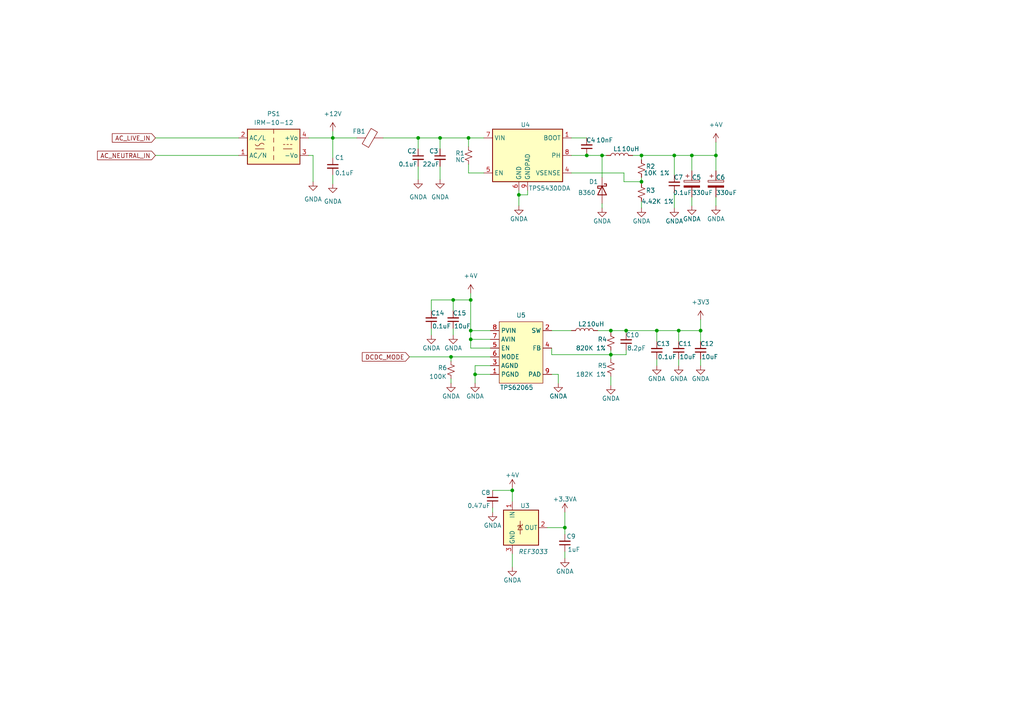
<source format=kicad_sch>
(kicad_sch (version 20230121) (generator eeschema)

  (uuid 8d4e3e8f-2be3-46c4-a7fd-44245a0368bf)

  (paper "A4")

  (lib_symbols
    (symbol "Converter_ACDC:IRM-10-12" (in_bom yes) (on_board yes)
      (property "Reference" "PS" (at 0 6.35 0)
        (effects (font (size 1.27 1.27)))
      )
      (property "Value" "IRM-10-12" (at 0 -6.35 0)
        (effects (font (size 1.27 1.27)))
      )
      (property "Footprint" "Converter_ACDC:Converter_ACDC_MeanWell_IRM-10-xx_THT" (at 0 -8.89 0)
        (effects (font (size 1.27 1.27)) hide)
      )
      (property "Datasheet" "https://www.meanwell.com/Upload/PDF/IRM-10/IRM-10-SPEC.PDF" (at 0 -10.16 0)
        (effects (font (size 1.27 1.27)) hide)
      )
      (property "ki_keywords" "Miniature Module-type Power Supply MeanWell" (at 0 0 0)
        (effects (font (size 1.27 1.27)) hide)
      )
      (property "ki_description" "12V, 850mA, 10.2W, Isolated, AC-DC, 222A(IRM10)" (at 0 0 0)
        (effects (font (size 1.27 1.27)) hide)
      )
      (property "ki_fp_filters" "Converter*ACDC*MeanWell*IRM*10*THT*" (at 0 0 0)
        (effects (font (size 1.27 1.27)) hide)
      )
      (symbol "IRM-10-12_0_1"
        (rectangle (start -7.62 5.08) (end 7.62 -5.08)
          (stroke (width 0.254) (type default))
          (fill (type background))
        )
        (arc (start -5.334 0.635) (mid -4.699 0.2495) (end -4.064 0.635)
          (stroke (width 0) (type default))
          (fill (type none))
        )
        (arc (start -2.794 0.635) (mid -3.429 1.0072) (end -4.064 0.635)
          (stroke (width 0) (type default))
          (fill (type none))
        )
        (polyline
          (pts
            (xy -5.334 -0.635)
            (xy -2.794 -0.635)
          )
          (stroke (width 0) (type default))
          (fill (type none))
        )
        (polyline
          (pts
            (xy 0 -2.54)
            (xy 0 -3.81)
          )
          (stroke (width 0) (type default))
          (fill (type none))
        )
        (polyline
          (pts
            (xy 0 0)
            (xy 0 -1.27)
          )
          (stroke (width 0) (type default))
          (fill (type none))
        )
        (polyline
          (pts
            (xy 0 2.54)
            (xy 0 1.27)
          )
          (stroke (width 0) (type default))
          (fill (type none))
        )
        (polyline
          (pts
            (xy 0 5.08)
            (xy 0 3.81)
          )
          (stroke (width 0) (type default))
          (fill (type none))
        )
        (polyline
          (pts
            (xy 2.794 -0.635)
            (xy 5.334 -0.635)
          )
          (stroke (width 0) (type default))
          (fill (type none))
        )
        (polyline
          (pts
            (xy 2.794 0.635)
            (xy 3.302 0.635)
          )
          (stroke (width 0) (type default))
          (fill (type none))
        )
        (polyline
          (pts
            (xy 3.81 0.635)
            (xy 4.318 0.635)
          )
          (stroke (width 0) (type default))
          (fill (type none))
        )
        (polyline
          (pts
            (xy 4.826 0.635)
            (xy 5.334 0.635)
          )
          (stroke (width 0) (type default))
          (fill (type none))
        )
      )
      (symbol "IRM-10-12_1_1"
        (pin power_in line (at -10.16 -2.54 0) (length 2.54)
          (name "AC/N" (effects (font (size 1.27 1.27))))
          (number "1" (effects (font (size 1.27 1.27))))
        )
        (pin power_in line (at -10.16 2.54 0) (length 2.54)
          (name "AC/L" (effects (font (size 1.27 1.27))))
          (number "2" (effects (font (size 1.27 1.27))))
        )
        (pin power_out line (at 10.16 -2.54 180) (length 2.54)
          (name "-Vo" (effects (font (size 1.27 1.27))))
          (number "3" (effects (font (size 1.27 1.27))))
        )
        (pin power_out line (at 10.16 2.54 180) (length 2.54)
          (name "+Vo" (effects (font (size 1.27 1.27))))
          (number "4" (effects (font (size 1.27 1.27))))
        )
      )
    )
    (symbol "Device:C_Polarized" (pin_numbers hide) (pin_names (offset 0.254)) (in_bom yes) (on_board yes)
      (property "Reference" "C" (at 0.635 2.54 0)
        (effects (font (size 1.27 1.27)) (justify left))
      )
      (property "Value" "C_Polarized" (at 0.635 -2.54 0)
        (effects (font (size 1.27 1.27)) (justify left))
      )
      (property "Footprint" "" (at 0.9652 -3.81 0)
        (effects (font (size 1.27 1.27)) hide)
      )
      (property "Datasheet" "~" (at 0 0 0)
        (effects (font (size 1.27 1.27)) hide)
      )
      (property "ki_keywords" "cap capacitor" (at 0 0 0)
        (effects (font (size 1.27 1.27)) hide)
      )
      (property "ki_description" "Polarized capacitor" (at 0 0 0)
        (effects (font (size 1.27 1.27)) hide)
      )
      (property "ki_fp_filters" "CP_*" (at 0 0 0)
        (effects (font (size 1.27 1.27)) hide)
      )
      (symbol "C_Polarized_0_1"
        (rectangle (start -2.286 0.508) (end 2.286 1.016)
          (stroke (width 0) (type default))
          (fill (type none))
        )
        (polyline
          (pts
            (xy -1.778 2.286)
            (xy -0.762 2.286)
          )
          (stroke (width 0) (type default))
          (fill (type none))
        )
        (polyline
          (pts
            (xy -1.27 2.794)
            (xy -1.27 1.778)
          )
          (stroke (width 0) (type default))
          (fill (type none))
        )
        (rectangle (start 2.286 -0.508) (end -2.286 -1.016)
          (stroke (width 0) (type default))
          (fill (type outline))
        )
      )
      (symbol "C_Polarized_1_1"
        (pin passive line (at 0 3.81 270) (length 2.794)
          (name "~" (effects (font (size 1.27 1.27))))
          (number "1" (effects (font (size 1.27 1.27))))
        )
        (pin passive line (at 0 -3.81 90) (length 2.794)
          (name "~" (effects (font (size 1.27 1.27))))
          (number "2" (effects (font (size 1.27 1.27))))
        )
      )
    )
    (symbol "Device:C_Small" (pin_numbers hide) (pin_names (offset 0.254) hide) (in_bom yes) (on_board yes)
      (property "Reference" "C" (at 0.254 1.778 0)
        (effects (font (size 1.27 1.27)) (justify left))
      )
      (property "Value" "C_Small" (at 0.254 -2.032 0)
        (effects (font (size 1.27 1.27)) (justify left))
      )
      (property "Footprint" "" (at 0 0 0)
        (effects (font (size 1.27 1.27)) hide)
      )
      (property "Datasheet" "~" (at 0 0 0)
        (effects (font (size 1.27 1.27)) hide)
      )
      (property "ki_keywords" "capacitor cap" (at 0 0 0)
        (effects (font (size 1.27 1.27)) hide)
      )
      (property "ki_description" "Unpolarized capacitor, small symbol" (at 0 0 0)
        (effects (font (size 1.27 1.27)) hide)
      )
      (property "ki_fp_filters" "C_*" (at 0 0 0)
        (effects (font (size 1.27 1.27)) hide)
      )
      (symbol "C_Small_0_1"
        (polyline
          (pts
            (xy -1.524 -0.508)
            (xy 1.524 -0.508)
          )
          (stroke (width 0.3302) (type default))
          (fill (type none))
        )
        (polyline
          (pts
            (xy -1.524 0.508)
            (xy 1.524 0.508)
          )
          (stroke (width 0.3048) (type default))
          (fill (type none))
        )
      )
      (symbol "C_Small_1_1"
        (pin passive line (at 0 2.54 270) (length 2.032)
          (name "~" (effects (font (size 1.27 1.27))))
          (number "1" (effects (font (size 1.27 1.27))))
        )
        (pin passive line (at 0 -2.54 90) (length 2.032)
          (name "~" (effects (font (size 1.27 1.27))))
          (number "2" (effects (font (size 1.27 1.27))))
        )
      )
    )
    (symbol "Device:FerriteBead" (pin_numbers hide) (pin_names (offset 0)) (in_bom yes) (on_board yes)
      (property "Reference" "FB" (at -3.81 0.635 90)
        (effects (font (size 1.27 1.27)))
      )
      (property "Value" "FerriteBead" (at 3.81 0 90)
        (effects (font (size 1.27 1.27)))
      )
      (property "Footprint" "" (at -1.778 0 90)
        (effects (font (size 1.27 1.27)) hide)
      )
      (property "Datasheet" "~" (at 0 0 0)
        (effects (font (size 1.27 1.27)) hide)
      )
      (property "ki_keywords" "L ferrite bead inductor filter" (at 0 0 0)
        (effects (font (size 1.27 1.27)) hide)
      )
      (property "ki_description" "Ferrite bead" (at 0 0 0)
        (effects (font (size 1.27 1.27)) hide)
      )
      (property "ki_fp_filters" "Inductor_* L_* *Ferrite*" (at 0 0 0)
        (effects (font (size 1.27 1.27)) hide)
      )
      (symbol "FerriteBead_0_1"
        (polyline
          (pts
            (xy 0 -1.27)
            (xy 0 -1.2192)
          )
          (stroke (width 0) (type default))
          (fill (type none))
        )
        (polyline
          (pts
            (xy 0 1.27)
            (xy 0 1.2954)
          )
          (stroke (width 0) (type default))
          (fill (type none))
        )
        (polyline
          (pts
            (xy -2.7686 0.4064)
            (xy -1.7018 2.2606)
            (xy 2.7686 -0.3048)
            (xy 1.6764 -2.159)
            (xy -2.7686 0.4064)
          )
          (stroke (width 0) (type default))
          (fill (type none))
        )
      )
      (symbol "FerriteBead_1_1"
        (pin passive line (at 0 3.81 270) (length 2.54)
          (name "~" (effects (font (size 1.27 1.27))))
          (number "1" (effects (font (size 1.27 1.27))))
        )
        (pin passive line (at 0 -3.81 90) (length 2.54)
          (name "~" (effects (font (size 1.27 1.27))))
          (number "2" (effects (font (size 1.27 1.27))))
        )
      )
    )
    (symbol "Device:L" (pin_numbers hide) (pin_names (offset 1.016) hide) (in_bom yes) (on_board yes)
      (property "Reference" "L" (at -1.27 0 90)
        (effects (font (size 1.27 1.27)))
      )
      (property "Value" "L" (at 1.905 0 90)
        (effects (font (size 1.27 1.27)))
      )
      (property "Footprint" "" (at 0 0 0)
        (effects (font (size 1.27 1.27)) hide)
      )
      (property "Datasheet" "~" (at 0 0 0)
        (effects (font (size 1.27 1.27)) hide)
      )
      (property "ki_keywords" "inductor choke coil reactor magnetic" (at 0 0 0)
        (effects (font (size 1.27 1.27)) hide)
      )
      (property "ki_description" "Inductor" (at 0 0 0)
        (effects (font (size 1.27 1.27)) hide)
      )
      (property "ki_fp_filters" "Choke_* *Coil* Inductor_* L_*" (at 0 0 0)
        (effects (font (size 1.27 1.27)) hide)
      )
      (symbol "L_0_1"
        (arc (start 0 -2.54) (mid 0.6323 -1.905) (end 0 -1.27)
          (stroke (width 0) (type default))
          (fill (type none))
        )
        (arc (start 0 -1.27) (mid 0.6323 -0.635) (end 0 0)
          (stroke (width 0) (type default))
          (fill (type none))
        )
        (arc (start 0 0) (mid 0.6323 0.635) (end 0 1.27)
          (stroke (width 0) (type default))
          (fill (type none))
        )
        (arc (start 0 1.27) (mid 0.6323 1.905) (end 0 2.54)
          (stroke (width 0) (type default))
          (fill (type none))
        )
      )
      (symbol "L_1_1"
        (pin passive line (at 0 3.81 270) (length 1.27)
          (name "1" (effects (font (size 1.27 1.27))))
          (number "1" (effects (font (size 1.27 1.27))))
        )
        (pin passive line (at 0 -3.81 90) (length 1.27)
          (name "2" (effects (font (size 1.27 1.27))))
          (number "2" (effects (font (size 1.27 1.27))))
        )
      )
    )
    (symbol "Device:R_Small_US" (pin_numbers hide) (pin_names (offset 0.254) hide) (in_bom yes) (on_board yes)
      (property "Reference" "R" (at 0.762 0.508 0)
        (effects (font (size 1.27 1.27)) (justify left))
      )
      (property "Value" "R_Small_US" (at 0.762 -1.016 0)
        (effects (font (size 1.27 1.27)) (justify left))
      )
      (property "Footprint" "" (at 0 0 0)
        (effects (font (size 1.27 1.27)) hide)
      )
      (property "Datasheet" "~" (at 0 0 0)
        (effects (font (size 1.27 1.27)) hide)
      )
      (property "ki_keywords" "r resistor" (at 0 0 0)
        (effects (font (size 1.27 1.27)) hide)
      )
      (property "ki_description" "Resistor, small US symbol" (at 0 0 0)
        (effects (font (size 1.27 1.27)) hide)
      )
      (property "ki_fp_filters" "R_*" (at 0 0 0)
        (effects (font (size 1.27 1.27)) hide)
      )
      (symbol "R_Small_US_1_1"
        (polyline
          (pts
            (xy 0 0)
            (xy 1.016 -0.381)
            (xy 0 -0.762)
            (xy -1.016 -1.143)
            (xy 0 -1.524)
          )
          (stroke (width 0) (type default))
          (fill (type none))
        )
        (polyline
          (pts
            (xy 0 1.524)
            (xy 1.016 1.143)
            (xy 0 0.762)
            (xy -1.016 0.381)
            (xy 0 0)
          )
          (stroke (width 0) (type default))
          (fill (type none))
        )
        (pin passive line (at 0 2.54 270) (length 1.016)
          (name "~" (effects (font (size 1.27 1.27))))
          (number "1" (effects (font (size 1.27 1.27))))
        )
        (pin passive line (at 0 -2.54 90) (length 1.016)
          (name "~" (effects (font (size 1.27 1.27))))
          (number "2" (effects (font (size 1.27 1.27))))
        )
      )
    )
    (symbol "Diode:B360" (pin_numbers hide) (pin_names (offset 1.016) hide) (in_bom yes) (on_board yes)
      (property "Reference" "D" (at 0 2.54 0)
        (effects (font (size 1.27 1.27)))
      )
      (property "Value" "B360" (at 0 -2.54 0)
        (effects (font (size 1.27 1.27)))
      )
      (property "Footprint" "Diode_SMD:D_SMC" (at 0 -4.445 0)
        (effects (font (size 1.27 1.27)) hide)
      )
      (property "Datasheet" "http://www.jameco.com/Jameco/Products/ProdDS/1538777.pdf" (at 0 0 0)
        (effects (font (size 1.27 1.27)) hide)
      )
      (property "ki_keywords" "diode Schottky" (at 0 0 0)
        (effects (font (size 1.27 1.27)) hide)
      )
      (property "ki_description" "60V 3A Schottky Barrier Rectifier Diode, SMC" (at 0 0 0)
        (effects (font (size 1.27 1.27)) hide)
      )
      (property "ki_fp_filters" "D*SMC*" (at 0 0 0)
        (effects (font (size 1.27 1.27)) hide)
      )
      (symbol "B360_0_1"
        (polyline
          (pts
            (xy 1.27 0)
            (xy -1.27 0)
          )
          (stroke (width 0) (type default))
          (fill (type none))
        )
        (polyline
          (pts
            (xy 1.27 1.27)
            (xy 1.27 -1.27)
            (xy -1.27 0)
            (xy 1.27 1.27)
          )
          (stroke (width 0.254) (type default))
          (fill (type none))
        )
        (polyline
          (pts
            (xy -1.905 0.635)
            (xy -1.905 1.27)
            (xy -1.27 1.27)
            (xy -1.27 -1.27)
            (xy -0.635 -1.27)
            (xy -0.635 -0.635)
          )
          (stroke (width 0.254) (type default))
          (fill (type none))
        )
      )
      (symbol "B360_1_1"
        (pin passive line (at -3.81 0 0) (length 2.54)
          (name "K" (effects (font (size 1.27 1.27))))
          (number "1" (effects (font (size 1.27 1.27))))
        )
        (pin passive line (at 3.81 0 180) (length 2.54)
          (name "A" (effects (font (size 1.27 1.27))))
          (number "2" (effects (font (size 1.27 1.27))))
        )
      )
    )
    (symbol "Reference_Voltage:REF3033" (pin_names (offset 0.254)) (in_bom yes) (on_board yes)
      (property "Reference" "U" (at 0 6.35 0)
        (effects (font (size 1.27 1.27)))
      )
      (property "Value" "REF3033" (at 2.54 -6.35 0)
        (effects (font (size 1.27 1.27) italic))
      )
      (property "Footprint" "Package_TO_SOT_SMD:SOT-23" (at 0 -11.43 0)
        (effects (font (size 1.27 1.27) italic) hide)
      )
      (property "Datasheet" "http://www.ti.com/lit/ds/symlink/ref3033.pdf" (at 2.54 -8.89 0)
        (effects (font (size 1.27 1.27) italic) hide)
      )
      (property "ki_keywords" "voltage reference" (at 0 0 0)
        (effects (font (size 1.27 1.27)) hide)
      )
      (property "ki_description" "3.3V 50-ppm/°C Max, 50-μA, CMOS Voltage Reference, SOT-23-3" (at 0 0 0)
        (effects (font (size 1.27 1.27)) hide)
      )
      (property "ki_fp_filters" "SOT?23*" (at 0 0 0)
        (effects (font (size 1.27 1.27)) hide)
      )
      (symbol "REF3033_0_1"
        (rectangle (start -5.08 5.08) (end 5.08 -5.08)
          (stroke (width 0.254) (type default))
          (fill (type background))
        )
        (polyline
          (pts
            (xy -0.254 1.905)
            (xy -0.254 -1.905)
          )
          (stroke (width 0) (type default))
          (fill (type none))
        )
        (polyline
          (pts
            (xy -0.889 -0.635)
            (xy 0.381 -0.635)
            (xy -0.254 0.635)
            (xy -0.889 -0.635)
          )
          (stroke (width 0) (type default))
          (fill (type none))
        )
        (polyline
          (pts
            (xy 0.381 1.016)
            (xy 0.381 0.635)
            (xy -0.889 0.635)
            (xy -0.889 0.254)
          )
          (stroke (width 0) (type default))
          (fill (type none))
        )
      )
      (symbol "REF3033_1_1"
        (pin power_in line (at -2.54 7.62 270) (length 2.54)
          (name "IN" (effects (font (size 1.27 1.27))))
          (number "1" (effects (font (size 1.27 1.27))))
        )
        (pin power_out line (at 7.62 0 180) (length 2.54)
          (name "OUT" (effects (font (size 1.27 1.27))))
          (number "2" (effects (font (size 1.27 1.27))))
        )
        (pin power_in line (at -2.54 -7.62 90) (length 2.54)
          (name "GND" (effects (font (size 1.27 1.27))))
          (number "3" (effects (font (size 1.27 1.27))))
        )
      )
    )
    (symbol "Regulator_Switching:TPS5430DDA" (in_bom yes) (on_board yes)
      (property "Reference" "U" (at -10.16 8.89 0)
        (effects (font (size 1.27 1.27)) (justify left))
      )
      (property "Value" "TPS5430DDA" (at -1.27 8.89 0)
        (effects (font (size 1.27 1.27)) (justify left))
      )
      (property "Footprint" "Package_SO:TI_SO-PowerPAD-8_ThermalVias" (at 1.27 -8.89 0)
        (effects (font (size 1.27 1.27) italic) (justify left) hide)
      )
      (property "Datasheet" "http://www.ti.com/lit/ds/symlink/tps5430.pdf" (at 0 0 0)
        (effects (font (size 1.27 1.27)) hide)
      )
      (property "ki_keywords" "Step-Down DC-DC Switching Regulator" (at 0 0 0)
        (effects (font (size 1.27 1.27)) hide)
      )
      (property "ki_description" "3A, Step Down Swift Converter, Adjustable Output Voltage, 5.5-36V Input Voltage, PowerSO-8" (at 0 0 0)
        (effects (font (size 1.27 1.27)) hide)
      )
      (property "ki_fp_filters" "TI*SO*PowerPAD*ThermalVias*" (at 0 0 0)
        (effects (font (size 1.27 1.27)) hide)
      )
      (symbol "TPS5430DDA_0_1"
        (rectangle (start -10.16 7.62) (end 10.16 -7.62)
          (stroke (width 0.254) (type default))
          (fill (type background))
        )
      )
      (symbol "TPS5430DDA_1_1"
        (pin input line (at 12.7 5.08 180) (length 2.54)
          (name "BOOT" (effects (font (size 1.27 1.27))))
          (number "1" (effects (font (size 1.27 1.27))))
        )
        (pin no_connect line (at -10.16 2.54 0) (length 2.54) hide
          (name "NC" (effects (font (size 1.27 1.27))))
          (number "2" (effects (font (size 1.27 1.27))))
        )
        (pin no_connect line (at -10.16 -2.54 0) (length 2.54) hide
          (name "NC" (effects (font (size 1.27 1.27))))
          (number "3" (effects (font (size 1.27 1.27))))
        )
        (pin input line (at 12.7 -5.08 180) (length 2.54)
          (name "VSENSE" (effects (font (size 1.27 1.27))))
          (number "4" (effects (font (size 1.27 1.27))))
        )
        (pin input line (at -12.7 -5.08 0) (length 2.54)
          (name "EN" (effects (font (size 1.27 1.27))))
          (number "5" (effects (font (size 1.27 1.27))))
        )
        (pin power_in line (at -2.54 -10.16 90) (length 2.54)
          (name "GND" (effects (font (size 1.27 1.27))))
          (number "6" (effects (font (size 1.27 1.27))))
        )
        (pin power_in line (at -12.7 5.08 0) (length 2.54)
          (name "VIN" (effects (font (size 1.27 1.27))))
          (number "7" (effects (font (size 1.27 1.27))))
        )
        (pin output line (at 12.7 0 180) (length 2.54)
          (name "PH" (effects (font (size 1.27 1.27))))
          (number "8" (effects (font (size 1.27 1.27))))
        )
        (pin power_in line (at 0 -10.16 90) (length 2.54)
          (name "GNDPAD" (effects (font (size 1.27 1.27))))
          (number "9" (effects (font (size 1.27 1.27))))
        )
      )
    )
    (symbol "kiCadLib:TPS62065" (in_bom yes) (on_board yes)
      (property "Reference" "U" (at 2.54 20.32 0)
        (effects (font (size 1.27 1.27)))
      )
      (property "Value" "" (at 33.02 20.32 0)
        (effects (font (size 1.27 1.27)))
      )
      (property "Footprint" "" (at 33.02 20.32 0)
        (effects (font (size 1.27 1.27)) hide)
      )
      (property "Datasheet" "" (at 33.02 20.32 0)
        (effects (font (size 1.27 1.27)) hide)
      )
      (symbol "TPS62065_1_1"
        (rectangle (start 0 17.78) (end 12.7 0)
          (stroke (width 0) (type default))
          (fill (type background))
        )
        (pin input line (at -2.54 2.54 0) (length 2.54)
          (name "PGND" (effects (font (size 1.27 1.27))))
          (number "1" (effects (font (size 1.27 1.27))))
        )
        (pin input line (at 15.24 15.24 180) (length 2.54)
          (name "SW" (effects (font (size 1.27 1.27))))
          (number "2" (effects (font (size 1.27 1.27))))
        )
        (pin input line (at -2.54 5.08 0) (length 2.54)
          (name "AGND" (effects (font (size 1.27 1.27))))
          (number "3" (effects (font (size 1.27 1.27))))
        )
        (pin input line (at 15.24 10.16 180) (length 2.54)
          (name "FB" (effects (font (size 1.27 1.27))))
          (number "4" (effects (font (size 1.27 1.27))))
        )
        (pin input line (at -2.54 10.16 0) (length 2.54)
          (name "EN" (effects (font (size 1.27 1.27))))
          (number "5" (effects (font (size 1.27 1.27))))
        )
        (pin input line (at -2.54 7.62 0) (length 2.54)
          (name "MODE" (effects (font (size 1.27 1.27))))
          (number "6" (effects (font (size 1.27 1.27))))
        )
        (pin input line (at -2.54 12.7 0) (length 2.54)
          (name "AVIN" (effects (font (size 1.27 1.27))))
          (number "7" (effects (font (size 1.27 1.27))))
        )
        (pin input line (at -2.54 15.24 0) (length 2.54)
          (name "PVIN" (effects (font (size 1.27 1.27))))
          (number "8" (effects (font (size 1.27 1.27))))
        )
        (pin input line (at 15.24 2.54 180) (length 2.54)
          (name "PAD" (effects (font (size 1.27 1.27))))
          (number "9" (effects (font (size 1.27 1.27))))
        )
      )
    )
    (symbol "power:+12V" (power) (pin_names (offset 0)) (in_bom yes) (on_board yes)
      (property "Reference" "#PWR" (at 0 -3.81 0)
        (effects (font (size 1.27 1.27)) hide)
      )
      (property "Value" "+12V" (at 0 3.556 0)
        (effects (font (size 1.27 1.27)))
      )
      (property "Footprint" "" (at 0 0 0)
        (effects (font (size 1.27 1.27)) hide)
      )
      (property "Datasheet" "" (at 0 0 0)
        (effects (font (size 1.27 1.27)) hide)
      )
      (property "ki_keywords" "global power" (at 0 0 0)
        (effects (font (size 1.27 1.27)) hide)
      )
      (property "ki_description" "Power symbol creates a global label with name \"+12V\"" (at 0 0 0)
        (effects (font (size 1.27 1.27)) hide)
      )
      (symbol "+12V_0_1"
        (polyline
          (pts
            (xy -0.762 1.27)
            (xy 0 2.54)
          )
          (stroke (width 0) (type default))
          (fill (type none))
        )
        (polyline
          (pts
            (xy 0 0)
            (xy 0 2.54)
          )
          (stroke (width 0) (type default))
          (fill (type none))
        )
        (polyline
          (pts
            (xy 0 2.54)
            (xy 0.762 1.27)
          )
          (stroke (width 0) (type default))
          (fill (type none))
        )
      )
      (symbol "+12V_1_1"
        (pin power_in line (at 0 0 90) (length 0) hide
          (name "+12V" (effects (font (size 1.27 1.27))))
          (number "1" (effects (font (size 1.27 1.27))))
        )
      )
    )
    (symbol "power:+3.3VA" (power) (pin_names (offset 0)) (in_bom yes) (on_board yes)
      (property "Reference" "#PWR" (at 0 -3.81 0)
        (effects (font (size 1.27 1.27)) hide)
      )
      (property "Value" "+3.3VA" (at 0 3.556 0)
        (effects (font (size 1.27 1.27)))
      )
      (property "Footprint" "" (at 0 0 0)
        (effects (font (size 1.27 1.27)) hide)
      )
      (property "Datasheet" "" (at 0 0 0)
        (effects (font (size 1.27 1.27)) hide)
      )
      (property "ki_keywords" "global power" (at 0 0 0)
        (effects (font (size 1.27 1.27)) hide)
      )
      (property "ki_description" "Power symbol creates a global label with name \"+3.3VA\"" (at 0 0 0)
        (effects (font (size 1.27 1.27)) hide)
      )
      (symbol "+3.3VA_0_1"
        (polyline
          (pts
            (xy -0.762 1.27)
            (xy 0 2.54)
          )
          (stroke (width 0) (type default))
          (fill (type none))
        )
        (polyline
          (pts
            (xy 0 0)
            (xy 0 2.54)
          )
          (stroke (width 0) (type default))
          (fill (type none))
        )
        (polyline
          (pts
            (xy 0 2.54)
            (xy 0.762 1.27)
          )
          (stroke (width 0) (type default))
          (fill (type none))
        )
      )
      (symbol "+3.3VA_1_1"
        (pin power_in line (at 0 0 90) (length 0) hide
          (name "+3.3VA" (effects (font (size 1.27 1.27))))
          (number "1" (effects (font (size 1.27 1.27))))
        )
      )
    )
    (symbol "power:+3V3" (power) (pin_names (offset 0)) (in_bom yes) (on_board yes)
      (property "Reference" "#PWR" (at 0 -3.81 0)
        (effects (font (size 1.27 1.27)) hide)
      )
      (property "Value" "+3V3" (at 0 3.556 0)
        (effects (font (size 1.27 1.27)))
      )
      (property "Footprint" "" (at 0 0 0)
        (effects (font (size 1.27 1.27)) hide)
      )
      (property "Datasheet" "" (at 0 0 0)
        (effects (font (size 1.27 1.27)) hide)
      )
      (property "ki_keywords" "global power" (at 0 0 0)
        (effects (font (size 1.27 1.27)) hide)
      )
      (property "ki_description" "Power symbol creates a global label with name \"+3V3\"" (at 0 0 0)
        (effects (font (size 1.27 1.27)) hide)
      )
      (symbol "+3V3_0_1"
        (polyline
          (pts
            (xy -0.762 1.27)
            (xy 0 2.54)
          )
          (stroke (width 0) (type default))
          (fill (type none))
        )
        (polyline
          (pts
            (xy 0 0)
            (xy 0 2.54)
          )
          (stroke (width 0) (type default))
          (fill (type none))
        )
        (polyline
          (pts
            (xy 0 2.54)
            (xy 0.762 1.27)
          )
          (stroke (width 0) (type default))
          (fill (type none))
        )
      )
      (symbol "+3V3_1_1"
        (pin power_in line (at 0 0 90) (length 0) hide
          (name "+3V3" (effects (font (size 1.27 1.27))))
          (number "1" (effects (font (size 1.27 1.27))))
        )
      )
    )
    (symbol "power:+4V" (power) (pin_names (offset 0)) (in_bom yes) (on_board yes)
      (property "Reference" "#PWR" (at 0 -3.81 0)
        (effects (font (size 1.27 1.27)) hide)
      )
      (property "Value" "+4V" (at 0 3.556 0)
        (effects (font (size 1.27 1.27)))
      )
      (property "Footprint" "" (at 0 0 0)
        (effects (font (size 1.27 1.27)) hide)
      )
      (property "Datasheet" "" (at 0 0 0)
        (effects (font (size 1.27 1.27)) hide)
      )
      (property "ki_keywords" "global power" (at 0 0 0)
        (effects (font (size 1.27 1.27)) hide)
      )
      (property "ki_description" "Power symbol creates a global label with name \"+4V\"" (at 0 0 0)
        (effects (font (size 1.27 1.27)) hide)
      )
      (symbol "+4V_0_1"
        (polyline
          (pts
            (xy -0.762 1.27)
            (xy 0 2.54)
          )
          (stroke (width 0) (type default))
          (fill (type none))
        )
        (polyline
          (pts
            (xy 0 0)
            (xy 0 2.54)
          )
          (stroke (width 0) (type default))
          (fill (type none))
        )
        (polyline
          (pts
            (xy 0 2.54)
            (xy 0.762 1.27)
          )
          (stroke (width 0) (type default))
          (fill (type none))
        )
      )
      (symbol "+4V_1_1"
        (pin power_in line (at 0 0 90) (length 0) hide
          (name "+4V" (effects (font (size 1.27 1.27))))
          (number "1" (effects (font (size 1.27 1.27))))
        )
      )
    )
    (symbol "power:GNDA" (power) (pin_names (offset 0)) (in_bom yes) (on_board yes)
      (property "Reference" "#PWR" (at 0 -6.35 0)
        (effects (font (size 1.27 1.27)) hide)
      )
      (property "Value" "GNDA" (at 0 -3.81 0)
        (effects (font (size 1.27 1.27)))
      )
      (property "Footprint" "" (at 0 0 0)
        (effects (font (size 1.27 1.27)) hide)
      )
      (property "Datasheet" "" (at 0 0 0)
        (effects (font (size 1.27 1.27)) hide)
      )
      (property "ki_keywords" "global power" (at 0 0 0)
        (effects (font (size 1.27 1.27)) hide)
      )
      (property "ki_description" "Power symbol creates a global label with name \"GNDA\" , analog ground" (at 0 0 0)
        (effects (font (size 1.27 1.27)) hide)
      )
      (symbol "GNDA_0_1"
        (polyline
          (pts
            (xy 0 0)
            (xy 0 -1.27)
            (xy 1.27 -1.27)
            (xy 0 -2.54)
            (xy -1.27 -1.27)
            (xy 0 -1.27)
          )
          (stroke (width 0) (type default))
          (fill (type none))
        )
      )
      (symbol "GNDA_1_1"
        (pin power_in line (at 0 0 270) (length 0) hide
          (name "GNDA" (effects (font (size 1.27 1.27))))
          (number "1" (effects (font (size 1.27 1.27))))
        )
      )
    )
  )

  (junction (at 186.055 45.085) (diameter 0) (color 0 0 0 0)
    (uuid 076eb9c9-bde6-4afb-a662-5e771075cbd2)
  )
  (junction (at 136.525 95.885) (diameter 0) (color 0 0 0 0)
    (uuid 20a476f6-36c0-40a5-846b-3d1f93c5c0bb)
  )
  (junction (at 177.165 102.87) (diameter 0) (color 0 0 0 0)
    (uuid 213a6034-b2cf-446e-bda4-a77816c89c1d)
  )
  (junction (at 121.285 40.005) (diameter 0) (color 0 0 0 0)
    (uuid 357af19c-9196-4c01-954f-8ce8d2b6a7b2)
  )
  (junction (at 181.61 95.885) (diameter 0) (color 0 0 0 0)
    (uuid 3b083fd1-be9e-4f82-a998-c9e63d0ca06d)
  )
  (junction (at 127.635 40.005) (diameter 0) (color 0 0 0 0)
    (uuid 4e6c6b5c-8a2a-4867-899f-a673be310c62)
  )
  (junction (at 163.83 153.035) (diameter 0) (color 0 0 0 0)
    (uuid 61bb49d1-746f-4a58-9934-011c76f27883)
  )
  (junction (at 130.81 103.505) (diameter 0) (color 0 0 0 0)
    (uuid 6777f2f8-0d9c-4932-a827-b50aa5848d36)
  )
  (junction (at 135.89 40.005) (diameter 0) (color 0 0 0 0)
    (uuid 6d05b288-a0db-42eb-8fd9-cca6ceddfe22)
  )
  (junction (at 190.5 95.885) (diameter 0) (color 0 0 0 0)
    (uuid 7942804d-bec4-408f-825d-49684b88011e)
  )
  (junction (at 174.625 45.085) (diameter 0) (color 0 0 0 0)
    (uuid 854e1e2e-77f6-4a9d-a18f-f60e69d5570b)
  )
  (junction (at 170.18 45.085) (diameter 0) (color 0 0 0 0)
    (uuid 874873e6-b7c7-4f25-9ba6-519621465ece)
  )
  (junction (at 131.445 86.995) (diameter 0) (color 0 0 0 0)
    (uuid 91b721ba-d55e-4441-9529-731c0c9417dd)
  )
  (junction (at 186.055 52.705) (diameter 0) (color 0 0 0 0)
    (uuid 98011400-f187-4298-ab2a-4fbcf83683d4)
  )
  (junction (at 200.66 45.085) (diameter 0) (color 0 0 0 0)
    (uuid 9b1128af-20e8-4881-8c4d-3457e58dd82b)
  )
  (junction (at 136.525 98.425) (diameter 0) (color 0 0 0 0)
    (uuid 9ecf2317-9afe-4d0a-9b2c-d05f025d17b3)
  )
  (junction (at 148.59 142.24) (diameter 0) (color 0 0 0 0)
    (uuid a394b39d-e0de-4f44-8247-b2b38b064e6c)
  )
  (junction (at 196.85 95.885) (diameter 0) (color 0 0 0 0)
    (uuid aa26e728-9d69-4a6a-ad5a-2be56781c8e2)
  )
  (junction (at 203.2 95.885) (diameter 0) (color 0 0 0 0)
    (uuid aba8b91f-26ff-400c-88aa-f5c011506e47)
  )
  (junction (at 177.165 95.885) (diameter 0) (color 0 0 0 0)
    (uuid c4b8a885-935c-446d-9b2e-1c7a85c3e8f3)
  )
  (junction (at 136.525 86.995) (diameter 0) (color 0 0 0 0)
    (uuid d56d007f-3388-42f9-a072-2a38a42ded5d)
  )
  (junction (at 195.58 45.085) (diameter 0) (color 0 0 0 0)
    (uuid dd3f58f0-d8e3-4709-b292-bab620170a07)
  )
  (junction (at 137.795 108.585) (diameter 0) (color 0 0 0 0)
    (uuid dd94e3ea-3329-4b52-99d8-61a90d5d8dc1)
  )
  (junction (at 207.645 45.085) (diameter 0) (color 0 0 0 0)
    (uuid e43fbff1-3bbe-4a84-a1f2-d0378f084d6b)
  )
  (junction (at 150.495 56.515) (diameter 0) (color 0 0 0 0)
    (uuid f68ceac0-b27d-4641-bb49-eb929c7fc63b)
  )
  (junction (at 96.52 40.005) (diameter 0) (color 0 0 0 0)
    (uuid ff60eac7-04a0-4ad5-9909-3b3fc17c781e)
  )

  (wire (pts (xy 181.61 102.87) (xy 177.165 102.87))
    (stroke (width 0) (type default))
    (uuid 0298df1e-8fbe-495a-99de-eb277c311c52)
  )
  (wire (pts (xy 203.2 95.885) (xy 203.2 92.71))
    (stroke (width 0) (type default))
    (uuid 03f3d2ef-4691-4f64-857b-d7ef990480de)
  )
  (wire (pts (xy 121.285 40.005) (xy 127.635 40.005))
    (stroke (width 0) (type default))
    (uuid 04a6a711-cee0-4579-b997-24060976ede9)
  )
  (wire (pts (xy 148.59 141.605) (xy 148.59 142.24))
    (stroke (width 0) (type default))
    (uuid 0c00b90e-38a7-49cc-a2ed-c6e180cac3b3)
  )
  (wire (pts (xy 96.52 50.8) (xy 96.52 53.34))
    (stroke (width 0) (type default))
    (uuid 0c72c552-cd60-4c11-b4d1-6531e4bb547f)
  )
  (wire (pts (xy 163.83 161.925) (xy 163.83 160.02))
    (stroke (width 0) (type default))
    (uuid 0c793c62-fef9-4a2b-9bf6-d2ee95b3082f)
  )
  (wire (pts (xy 186.055 45.085) (xy 195.58 45.085))
    (stroke (width 0) (type default))
    (uuid 0cbe1fe1-e7c1-493e-9992-e67969a830fb)
  )
  (wire (pts (xy 180.975 50.165) (xy 180.975 52.705))
    (stroke (width 0) (type default))
    (uuid 0e7690a1-42a4-472a-9295-d9bf944315ef)
  )
  (wire (pts (xy 170.18 45.085) (xy 174.625 45.085))
    (stroke (width 0) (type default))
    (uuid 0f5d1944-f041-49ad-9847-8cb61c587c0b)
  )
  (wire (pts (xy 163.83 154.94) (xy 163.83 153.035))
    (stroke (width 0) (type default))
    (uuid 1015c898-c0bd-4275-9e4a-b3a3293c927c)
  )
  (wire (pts (xy 142.24 106.045) (xy 137.795 106.045))
    (stroke (width 0) (type default))
    (uuid 12a07779-98c3-488c-9cf3-e834d924cd90)
  )
  (wire (pts (xy 207.645 59.69) (xy 207.645 57.15))
    (stroke (width 0) (type default))
    (uuid 19b32d31-5d00-4444-87e3-f0985f576c43)
  )
  (wire (pts (xy 142.24 100.965) (xy 136.525 100.965))
    (stroke (width 0) (type default))
    (uuid 19b50c04-97a2-4480-93d0-ec0139a8914d)
  )
  (wire (pts (xy 127.635 48.26) (xy 127.635 52.07))
    (stroke (width 0) (type default))
    (uuid 1be57449-5b6e-499c-a1f8-521b4d3042e8)
  )
  (wire (pts (xy 125.095 97.155) (xy 125.095 95.25))
    (stroke (width 0) (type default))
    (uuid 1c206bc6-2311-44a3-9244-9ac13ac4dc74)
  )
  (wire (pts (xy 153.035 55.245) (xy 153.035 56.515))
    (stroke (width 0) (type default))
    (uuid 1f30f46f-68d7-4c27-bfe8-366f8b8a571b)
  )
  (wire (pts (xy 207.645 41.275) (xy 207.645 45.085))
    (stroke (width 0) (type default))
    (uuid 1f358837-1de3-46fb-9727-0dd5d7147d9b)
  )
  (wire (pts (xy 127.635 40.005) (xy 135.89 40.005))
    (stroke (width 0) (type default))
    (uuid 1f5bea8a-0482-4bb5-90cb-ef664a1137e3)
  )
  (wire (pts (xy 183.515 45.085) (xy 186.055 45.085))
    (stroke (width 0) (type default))
    (uuid 22d8a149-fd2e-4a15-85bf-fa3465a99952)
  )
  (wire (pts (xy 131.445 86.995) (xy 136.525 86.995))
    (stroke (width 0) (type default))
    (uuid 252c4a01-f214-4138-98be-fbc11e869970)
  )
  (wire (pts (xy 130.81 103.505) (xy 130.81 104.775))
    (stroke (width 0) (type default))
    (uuid 277241c5-5fdd-46ef-9558-1775d4c2ff6f)
  )
  (wire (pts (xy 150.495 59.69) (xy 150.495 56.515))
    (stroke (width 0) (type default))
    (uuid 2adf65de-a9bf-43fd-9129-9eaff1b7e858)
  )
  (wire (pts (xy 186.055 60.325) (xy 186.055 58.42))
    (stroke (width 0) (type default))
    (uuid 2bdf5fa1-f477-4a57-b868-f20d99b34cd9)
  )
  (wire (pts (xy 160.02 108.585) (xy 161.925 108.585))
    (stroke (width 0) (type default))
    (uuid 2ed27a40-a0ec-4a2b-a5bb-f5e36cbd5dd2)
  )
  (wire (pts (xy 136.525 95.885) (xy 142.24 95.885))
    (stroke (width 0) (type default))
    (uuid 347302e6-392f-4ad3-9da3-b1447b89028c)
  )
  (wire (pts (xy 177.165 102.87) (xy 177.165 104.14))
    (stroke (width 0) (type default))
    (uuid 37a5c57c-d803-48dd-962b-4779292633b3)
  )
  (wire (pts (xy 130.81 111.125) (xy 130.81 109.855))
    (stroke (width 0) (type default))
    (uuid 3d42d6f3-e991-4037-afd4-f606b9a100ea)
  )
  (wire (pts (xy 160.02 95.885) (xy 165.735 95.885))
    (stroke (width 0) (type default))
    (uuid 3feaba0c-9a78-400a-abf0-77549d62dd54)
  )
  (wire (pts (xy 127.635 40.005) (xy 127.635 43.18))
    (stroke (width 0) (type default))
    (uuid 40cdc956-a592-4710-9973-9d96340257fa)
  )
  (wire (pts (xy 181.61 95.885) (xy 190.5 95.885))
    (stroke (width 0) (type default))
    (uuid 45156a1b-9d69-48fc-88d1-f8897831208b)
  )
  (wire (pts (xy 89.535 40.005) (xy 96.52 40.005))
    (stroke (width 0) (type default))
    (uuid 4c695582-ab8a-4023-8619-b6d837a8ee49)
  )
  (wire (pts (xy 111.125 40.005) (xy 121.285 40.005))
    (stroke (width 0) (type default))
    (uuid 4d22150f-a843-4893-bda1-255e93f331f0)
  )
  (wire (pts (xy 195.58 45.085) (xy 195.58 50.8))
    (stroke (width 0) (type default))
    (uuid 4da82ed2-467d-4e71-8dbf-53e0144cf8e8)
  )
  (wire (pts (xy 136.525 100.965) (xy 136.525 98.425))
    (stroke (width 0) (type default))
    (uuid 50740436-b965-4131-b6f4-ec271620ba87)
  )
  (wire (pts (xy 181.61 101.6) (xy 181.61 102.87))
    (stroke (width 0) (type default))
    (uuid 52f0e637-b79f-44f8-82b5-0154b6d07092)
  )
  (wire (pts (xy 177.165 102.87) (xy 177.165 101.6))
    (stroke (width 0) (type default))
    (uuid 5a138d56-f2f5-4580-9a82-7a0d2e787441)
  )
  (wire (pts (xy 190.5 95.885) (xy 190.5 99.06))
    (stroke (width 0) (type default))
    (uuid 5a1b950f-99a8-4982-a6fc-5ccffe05868d)
  )
  (wire (pts (xy 96.52 38.1) (xy 96.52 40.005))
    (stroke (width 0) (type default))
    (uuid 5a9332c6-be86-4d93-8064-aed795389294)
  )
  (wire (pts (xy 161.925 108.585) (xy 161.925 111.125))
    (stroke (width 0) (type default))
    (uuid 5b266e74-d3d6-405a-a117-288d71a59766)
  )
  (wire (pts (xy 196.85 106.045) (xy 196.85 104.14))
    (stroke (width 0) (type default))
    (uuid 5b70b09f-f7a3-4b61-be65-142ac93b2317)
  )
  (wire (pts (xy 90.805 45.085) (xy 89.535 45.085))
    (stroke (width 0) (type default))
    (uuid 5d6b12a5-f42a-4a8c-83a2-c03e4d4c35bb)
  )
  (wire (pts (xy 196.85 95.885) (xy 203.2 95.885))
    (stroke (width 0) (type default))
    (uuid 5f559777-8ef2-49e8-b3e6-0d3c9a12bda9)
  )
  (wire (pts (xy 200.66 59.69) (xy 200.66 57.15))
    (stroke (width 0) (type default))
    (uuid 62df76de-394b-4062-933f-f4821bb6b90e)
  )
  (wire (pts (xy 142.24 98.425) (xy 136.525 98.425))
    (stroke (width 0) (type default))
    (uuid 65842828-0678-4bf6-a5d5-56d0d84fb92e)
  )
  (wire (pts (xy 125.095 86.995) (xy 131.445 86.995))
    (stroke (width 0) (type default))
    (uuid 66e4b9ac-7f99-4b09-acc2-a78ddac8140c)
  )
  (wire (pts (xy 165.735 40.005) (xy 170.18 40.005))
    (stroke (width 0) (type default))
    (uuid 6dba897d-72d4-49b3-8144-8f720235dd79)
  )
  (wire (pts (xy 121.285 52.07) (xy 121.285 48.26))
    (stroke (width 0) (type default))
    (uuid 73641458-37b2-473c-8838-2be915c12a37)
  )
  (wire (pts (xy 135.89 47.625) (xy 135.89 50.165))
    (stroke (width 0) (type default))
    (uuid 74c1a9cc-2d21-41f0-8b3b-96ce5b701638)
  )
  (wire (pts (xy 196.85 95.885) (xy 196.85 99.06))
    (stroke (width 0) (type default))
    (uuid 74ff5b9e-2b66-493b-8509-ee451d818237)
  )
  (wire (pts (xy 135.89 50.165) (xy 140.335 50.165))
    (stroke (width 0) (type default))
    (uuid 78959286-7b29-4a2e-b6c9-b38287e93bf8)
  )
  (wire (pts (xy 137.795 108.585) (xy 142.24 108.585))
    (stroke (width 0) (type default))
    (uuid 7a3b906f-244c-4cd6-8d9a-5a98f148c32b)
  )
  (wire (pts (xy 174.625 45.085) (xy 175.895 45.085))
    (stroke (width 0) (type default))
    (uuid 7e96fcf3-a376-494d-81be-e062e50e68da)
  )
  (wire (pts (xy 90.805 45.085) (xy 90.805 52.705))
    (stroke (width 0) (type default))
    (uuid 80bf1d00-b1a9-4ea8-95e0-a2e20663a326)
  )
  (wire (pts (xy 136.525 86.995) (xy 136.525 85.09))
    (stroke (width 0) (type default))
    (uuid 813ee8ec-2991-4207-8459-6b87150b0ede)
  )
  (wire (pts (xy 136.525 98.425) (xy 136.525 95.885))
    (stroke (width 0) (type default))
    (uuid 838e4b42-8dd9-4594-8926-af1bea92b960)
  )
  (wire (pts (xy 131.445 97.155) (xy 131.445 95.25))
    (stroke (width 0) (type default))
    (uuid 882bc892-0822-4883-8337-cc3b9c7d7cd9)
  )
  (wire (pts (xy 195.58 60.325) (xy 195.58 55.88))
    (stroke (width 0) (type default))
    (uuid 898789a3-5f21-40a5-a746-dbb6a576bd2a)
  )
  (wire (pts (xy 203.2 99.06) (xy 203.2 95.885))
    (stroke (width 0) (type default))
    (uuid 8e126fb1-0a89-4bb1-92af-8d3f2b69b92e)
  )
  (wire (pts (xy 180.975 52.705) (xy 186.055 52.705))
    (stroke (width 0) (type default))
    (uuid 90105650-4321-4886-b177-8d13e912249d)
  )
  (wire (pts (xy 174.625 60.325) (xy 174.625 59.055))
    (stroke (width 0) (type default))
    (uuid 908564b8-ee8b-4745-aae5-59788d1ab365)
  )
  (wire (pts (xy 45.085 45.085) (xy 69.215 45.085))
    (stroke (width 0) (type default))
    (uuid 92a535df-0012-4406-beeb-821604e5a0ae)
  )
  (wire (pts (xy 131.445 86.995) (xy 131.445 90.17))
    (stroke (width 0) (type default))
    (uuid 93751214-a450-4014-b864-fbb4830abf93)
  )
  (wire (pts (xy 186.055 45.085) (xy 186.055 46.355))
    (stroke (width 0) (type default))
    (uuid 94c3468c-aa09-40a2-ae94-af2c2e4fcde0)
  )
  (wire (pts (xy 181.61 95.885) (xy 181.61 96.52))
    (stroke (width 0) (type default))
    (uuid 94f0dda9-2eb4-4885-8ca2-10a1c2fdfb6a)
  )
  (wire (pts (xy 142.875 148.59) (xy 142.875 147.32))
    (stroke (width 0) (type default))
    (uuid 95ca7ad3-34fa-40c2-912e-6c266c1e3dcb)
  )
  (wire (pts (xy 203.2 106.045) (xy 203.2 104.14))
    (stroke (width 0) (type default))
    (uuid 96d99bdb-07a0-454b-8800-dd559e4da6b9)
  )
  (wire (pts (xy 137.795 106.045) (xy 137.795 108.585))
    (stroke (width 0) (type default))
    (uuid 9d57d43c-262f-4c37-81e0-f7ef8ce0a5d5)
  )
  (wire (pts (xy 177.165 95.885) (xy 181.61 95.885))
    (stroke (width 0) (type default))
    (uuid 9f904d2a-095f-4f7d-ba86-13583a4ddf8b)
  )
  (wire (pts (xy 186.055 52.705) (xy 186.055 53.34))
    (stroke (width 0) (type default))
    (uuid a1963096-ada4-4fcc-9887-06c16cc19392)
  )
  (wire (pts (xy 177.165 95.885) (xy 177.165 96.52))
    (stroke (width 0) (type default))
    (uuid a378acb2-9f2a-4095-a752-a4ede5b5789c)
  )
  (wire (pts (xy 148.59 160.655) (xy 148.59 164.465))
    (stroke (width 0) (type default))
    (uuid a3eada71-73f4-4502-9337-6d05d275a2a0)
  )
  (wire (pts (xy 195.58 45.085) (xy 200.66 45.085))
    (stroke (width 0) (type default))
    (uuid a9a8fac2-a0a1-4529-9a05-b11c6d1c0a9f)
  )
  (wire (pts (xy 125.095 86.995) (xy 125.095 90.17))
    (stroke (width 0) (type default))
    (uuid aadd35f0-2f18-4622-a9fb-bbe603ef85ad)
  )
  (wire (pts (xy 137.795 108.585) (xy 137.795 111.125))
    (stroke (width 0) (type default))
    (uuid ac324c33-8fde-43a5-b65e-3b533c815e7d)
  )
  (wire (pts (xy 45.085 40.005) (xy 69.215 40.005))
    (stroke (width 0) (type default))
    (uuid ad85f20f-d491-443c-8571-1bd8e8fb00ea)
  )
  (wire (pts (xy 118.745 103.505) (xy 130.81 103.505))
    (stroke (width 0) (type default))
    (uuid af3fa858-6e0a-41d3-a57f-2e2aeaa577c3)
  )
  (wire (pts (xy 190.5 95.885) (xy 196.85 95.885))
    (stroke (width 0) (type default))
    (uuid af49749f-5029-4d44-af52-3f6e486df99d)
  )
  (wire (pts (xy 173.355 95.885) (xy 177.165 95.885))
    (stroke (width 0) (type default))
    (uuid b065e863-91cc-4f41-a5fa-71a4e75c2d55)
  )
  (wire (pts (xy 148.59 142.24) (xy 148.59 145.415))
    (stroke (width 0) (type default))
    (uuid b150f89c-98f4-4414-abea-93fa9880a42f)
  )
  (wire (pts (xy 96.52 40.005) (xy 96.52 45.72))
    (stroke (width 0) (type default))
    (uuid b3f93eb0-b40a-45ee-9621-b91b0c5eaf2e)
  )
  (wire (pts (xy 200.66 45.085) (xy 207.645 45.085))
    (stroke (width 0) (type default))
    (uuid bf796365-0cfd-4252-8f18-1900a5b06628)
  )
  (wire (pts (xy 142.875 142.24) (xy 148.59 142.24))
    (stroke (width 0) (type default))
    (uuid bfb1fdc2-8932-40af-a3c5-80195828bf7d)
  )
  (wire (pts (xy 163.83 148.59) (xy 163.83 153.035))
    (stroke (width 0) (type default))
    (uuid c436e935-908e-4215-8700-38a80ca4b2e4)
  )
  (wire (pts (xy 130.81 103.505) (xy 142.24 103.505))
    (stroke (width 0) (type default))
    (uuid c5ae0e28-0a2c-4069-b3e6-b3f06d851a6a)
  )
  (wire (pts (xy 160.02 100.965) (xy 160.02 102.87))
    (stroke (width 0) (type default))
    (uuid c7a7b253-7a19-43ed-b73e-5d461fb057c9)
  )
  (wire (pts (xy 190.5 106.045) (xy 190.5 104.14))
    (stroke (width 0) (type default))
    (uuid cb897025-521e-4037-bc43-1aad74d0c763)
  )
  (wire (pts (xy 165.735 50.165) (xy 180.975 50.165))
    (stroke (width 0) (type default))
    (uuid d71ebc43-cc02-458b-bdb1-21bd7b243067)
  )
  (wire (pts (xy 174.625 45.085) (xy 174.625 51.435))
    (stroke (width 0) (type default))
    (uuid d7450f46-de97-4d84-8e66-e9c7d5b81141)
  )
  (wire (pts (xy 177.165 111.76) (xy 177.165 109.22))
    (stroke (width 0) (type default))
    (uuid dd69becb-dc59-4931-b328-0f88925fad9c)
  )
  (wire (pts (xy 135.89 40.005) (xy 135.89 42.545))
    (stroke (width 0) (type default))
    (uuid e30fd3a9-d00f-4630-a7da-033d60a327f7)
  )
  (wire (pts (xy 207.645 45.085) (xy 207.645 49.53))
    (stroke (width 0) (type default))
    (uuid e3bfe182-9edb-40d6-ab35-f76ffbbce9bd)
  )
  (wire (pts (xy 121.285 40.005) (xy 121.285 43.18))
    (stroke (width 0) (type default))
    (uuid e431e7f4-8cfa-4cad-afe0-654cbe5368e6)
  )
  (wire (pts (xy 150.495 56.515) (xy 150.495 55.245))
    (stroke (width 0) (type default))
    (uuid eb1c5706-9eef-4950-a2b3-dbf1ed0b1fed)
  )
  (wire (pts (xy 160.02 102.87) (xy 177.165 102.87))
    (stroke (width 0) (type default))
    (uuid ef8be308-16f0-430a-bf04-17e5340a44af)
  )
  (wire (pts (xy 163.83 153.035) (xy 158.75 153.035))
    (stroke (width 0) (type default))
    (uuid f289e42b-2f4d-43ce-9728-c1ba8074af6b)
  )
  (wire (pts (xy 200.66 49.53) (xy 200.66 45.085))
    (stroke (width 0) (type default))
    (uuid f46e2225-6234-4bdd-828e-89f53d482678)
  )
  (wire (pts (xy 165.735 45.085) (xy 170.18 45.085))
    (stroke (width 0) (type default))
    (uuid f57817fc-502c-4d4a-84d3-1c99ad3dc307)
  )
  (wire (pts (xy 186.055 51.435) (xy 186.055 52.705))
    (stroke (width 0) (type default))
    (uuid f742fa3f-8f3b-4492-aa0e-8d3df1775bf3)
  )
  (wire (pts (xy 135.89 40.005) (xy 140.335 40.005))
    (stroke (width 0) (type default))
    (uuid f965b2c6-e44b-4877-b769-5fad962f8a51)
  )
  (wire (pts (xy 96.52 40.005) (xy 103.505 40.005))
    (stroke (width 0) (type default))
    (uuid fc6357c4-a31c-49b1-b1d2-f440ae3db706)
  )
  (wire (pts (xy 136.525 95.885) (xy 136.525 86.995))
    (stroke (width 0) (type default))
    (uuid fe31a664-09dc-47c6-90be-22c0a0dbc501)
  )
  (wire (pts (xy 153.035 56.515) (xy 150.495 56.515))
    (stroke (width 0) (type default))
    (uuid fee46f69-5c60-4a33-94fc-9ba7f892fa2f)
  )

  (global_label "AC_NEUTRAL_IN" (shape input) (at 45.085 45.085 180) (fields_autoplaced)
    (effects (font (size 1.27 1.27)) (justify right))
    (uuid 46a88c56-110c-4522-8ed8-b214aaab8651)
    (property "Intersheetrefs" "${INTERSHEET_REFS}" (at 27.7064 45.085 0)
      (effects (font (size 1.27 1.27)) (justify right) hide)
    )
  )
  (global_label "AC_LIVE_IN" (shape input) (at 45.085 40.005 180) (fields_autoplaced)
    (effects (font (size 1.27 1.27)) (justify right))
    (uuid 8838c78d-c9bc-4d1c-805a-7669312feccc)
    (property "Intersheetrefs" "${INTERSHEET_REFS}" (at 32.0002 40.005 0)
      (effects (font (size 1.27 1.27)) (justify right) hide)
    )
  )
  (global_label "DCDC_MODE" (shape input) (at 118.745 103.505 180) (fields_autoplaced)
    (effects (font (size 1.27 1.27)) (justify right))
    (uuid ccceacab-5527-4492-ab6c-c16db274cc8b)
    (property "Intersheetrefs" "${INTERSHEET_REFS}" (at 104.5113 103.505 0)
      (effects (font (size 1.27 1.27)) (justify right) hide)
    )
  )

  (symbol (lib_id "Device:C_Small") (at 142.875 144.78 180) (unit 1)
    (in_bom yes) (on_board yes) (dnp no)
    (uuid 03df4dc7-deff-425d-a9ed-7540f54c0fa6)
    (property "Reference" "C8" (at 142.24 142.875 0)
      (effects (font (size 1.27 1.27)) (justify left))
    )
    (property "Value" "0.47uF" (at 142.24 146.685 0)
      (effects (font (size 1.27 1.27)) (justify left))
    )
    (property "Footprint" "Capacitor_SMD:C_0603_1608Metric" (at 142.875 144.78 0)
      (effects (font (size 1.27 1.27)) hide)
    )
    (property "Datasheet" "~" (at 142.875 144.78 0)
      (effects (font (size 1.27 1.27)) hide)
    )
    (pin "2" (uuid 1e7cfd2b-2ca0-46f9-9240-da41e5d88c1b))
    (pin "1" (uuid 9be30a4c-4c98-454c-b028-23fa32914ae3))
    (instances
      (project "power_monitor_v0.1"
        (path "/ae7f5ce8-0a63-454d-964e-61f58abd8560/5e0e5815-b3dd-4c68-ad8c-26eb2a892c76"
          (reference "C8") (unit 1)
        )
      )
    )
  )

  (symbol (lib_id "power:GNDA") (at 142.875 148.59 0) (unit 1)
    (in_bom yes) (on_board yes) (dnp no)
    (uuid 04819da9-5344-4f35-a9e0-5e827c8c1d02)
    (property "Reference" "#PWR015" (at 142.875 154.94 0)
      (effects (font (size 1.27 1.27)) hide)
    )
    (property "Value" "GNDA" (at 142.875 152.4 0)
      (effects (font (size 1.27 1.27)))
    )
    (property "Footprint" "" (at 142.875 148.59 0)
      (effects (font (size 1.27 1.27)) hide)
    )
    (property "Datasheet" "" (at 142.875 148.59 0)
      (effects (font (size 1.27 1.27)) hide)
    )
    (pin "1" (uuid d70eb291-7618-4d7f-9d32-d5d71a731a9c))
    (instances
      (project "power_monitor_v0.1"
        (path "/ae7f5ce8-0a63-454d-964e-61f58abd8560/5e0e5815-b3dd-4c68-ad8c-26eb2a892c76"
          (reference "#PWR015") (unit 1)
        )
      )
    )
  )

  (symbol (lib_id "Device:R_Small_US") (at 177.165 99.06 0) (unit 1)
    (in_bom yes) (on_board yes) (dnp no)
    (uuid 061acefd-f796-4fb8-b207-8508c102e7e5)
    (property "Reference" "R4" (at 173.355 98.425 0)
      (effects (font (size 1.27 1.27)) (justify left))
    )
    (property "Value" "820K 1%" (at 167.005 100.965 0)
      (effects (font (size 1.27 1.27)) (justify left))
    )
    (property "Footprint" "Resistor_SMD:R_0603_1608Metric" (at 177.165 99.06 0)
      (effects (font (size 1.27 1.27)) hide)
    )
    (property "Datasheet" "~" (at 177.165 99.06 0)
      (effects (font (size 1.27 1.27)) hide)
    )
    (pin "2" (uuid 49a80290-470a-4603-8b94-61148464151c))
    (pin "1" (uuid ea706146-c3cf-4b73-a7b6-44e55bbe7964))
    (instances
      (project "power_monitor_v0.1"
        (path "/ae7f5ce8-0a63-454d-964e-61f58abd8560/5e0e5815-b3dd-4c68-ad8c-26eb2a892c76"
          (reference "R4") (unit 1)
        )
      )
    )
  )

  (symbol (lib_id "Device:R_Small_US") (at 135.89 45.085 0) (unit 1)
    (in_bom yes) (on_board yes) (dnp no)
    (uuid 1f88097e-ff5f-4f7d-8e1e-6b6ae09df0c6)
    (property "Reference" "R1" (at 132.08 44.45 0)
      (effects (font (size 1.27 1.27)) (justify left))
    )
    (property "Value" "NC" (at 132.08 46.355 0)
      (effects (font (size 1.27 1.27)) (justify left))
    )
    (property "Footprint" "Resistor_SMD:R_0603_1608Metric" (at 135.89 45.085 0)
      (effects (font (size 1.27 1.27)) hide)
    )
    (property "Datasheet" "~" (at 135.89 45.085 0)
      (effects (font (size 1.27 1.27)) hide)
    )
    (pin "1" (uuid 01c84bde-34db-44bc-82db-9ccd7a0d25ba))
    (pin "2" (uuid b35c9c5b-0329-4ece-be9e-652932a6014f))
    (instances
      (project "power_monitor_v0.1"
        (path "/ae7f5ce8-0a63-454d-964e-61f58abd8560/5e0e5815-b3dd-4c68-ad8c-26eb2a892c76"
          (reference "R1") (unit 1)
        )
      )
    )
  )

  (symbol (lib_id "Device:C_Small") (at 181.61 99.06 180) (unit 1)
    (in_bom yes) (on_board yes) (dnp no)
    (uuid 211f32e9-cfe1-42db-b095-b14b620ced6a)
    (property "Reference" "C10" (at 185.42 97.155 0)
      (effects (font (size 1.27 1.27)) (justify left))
    )
    (property "Value" "8.2pF" (at 187.325 100.965 0)
      (effects (font (size 1.27 1.27)) (justify left))
    )
    (property "Footprint" "Capacitor_SMD:C_0603_1608Metric" (at 181.61 99.06 0)
      (effects (font (size 1.27 1.27)) hide)
    )
    (property "Datasheet" "~" (at 181.61 99.06 0)
      (effects (font (size 1.27 1.27)) hide)
    )
    (pin "2" (uuid 82dbb478-55b2-425c-b70c-bfbde4e161ba))
    (pin "1" (uuid a9ed4667-5fbe-4fbf-9346-f64c19edc1c0))
    (instances
      (project "power_monitor_v0.1"
        (path "/ae7f5ce8-0a63-454d-964e-61f58abd8560/5e0e5815-b3dd-4c68-ad8c-26eb2a892c76"
          (reference "C10") (unit 1)
        )
      )
    )
  )

  (symbol (lib_id "Device:C_Small") (at 170.18 42.545 180) (unit 1)
    (in_bom yes) (on_board yes) (dnp no)
    (uuid 21cd156c-897a-4cdc-aa01-ee5fc14ef207)
    (property "Reference" "C4" (at 172.72 40.64 0)
      (effects (font (size 1.27 1.27)) (justify left))
    )
    (property "Value" "10nF" (at 177.8 40.64 0)
      (effects (font (size 1.27 1.27)) (justify left))
    )
    (property "Footprint" "Capacitor_SMD:C_0603_1608Metric" (at 170.18 42.545 0)
      (effects (font (size 1.27 1.27)) hide)
    )
    (property "Datasheet" "~" (at 170.18 42.545 0)
      (effects (font (size 1.27 1.27)) hide)
    )
    (pin "2" (uuid e18ded22-6415-4bac-8a65-f39be0d182fd))
    (pin "1" (uuid 998a970d-49ac-4984-bed3-a2b047aa45f1))
    (instances
      (project "power_monitor_v0.1"
        (path "/ae7f5ce8-0a63-454d-964e-61f58abd8560/5e0e5815-b3dd-4c68-ad8c-26eb2a892c76"
          (reference "C4") (unit 1)
        )
      )
    )
  )

  (symbol (lib_id "power:+4V") (at 136.525 85.09 0) (unit 1)
    (in_bom yes) (on_board yes) (dnp no) (fields_autoplaced)
    (uuid 282ee4b7-86b5-4869-86f8-24f51cbe2d5e)
    (property "Reference" "#PWR017" (at 136.525 88.9 0)
      (effects (font (size 1.27 1.27)) hide)
    )
    (property "Value" "+4V" (at 136.525 80.01 0)
      (effects (font (size 1.27 1.27)))
    )
    (property "Footprint" "" (at 136.525 85.09 0)
      (effects (font (size 1.27 1.27)) hide)
    )
    (property "Datasheet" "" (at 136.525 85.09 0)
      (effects (font (size 1.27 1.27)) hide)
    )
    (pin "1" (uuid 1335355a-1d57-4e2f-8ec8-e27ea96f5dee))
    (instances
      (project "power_monitor_v0.1"
        (path "/ae7f5ce8-0a63-454d-964e-61f58abd8560/5e0e5815-b3dd-4c68-ad8c-26eb2a892c76"
          (reference "#PWR017") (unit 1)
        )
      )
    )
  )

  (symbol (lib_id "Device:R_Small_US") (at 186.055 48.895 0) (unit 1)
    (in_bom yes) (on_board yes) (dnp no)
    (uuid 2a479411-c4ea-4de9-a0ca-ac31f4859e31)
    (property "Reference" "R2" (at 187.325 48.26 0)
      (effects (font (size 1.27 1.27)) (justify left))
    )
    (property "Value" "10K 1%" (at 186.69 50.165 0)
      (effects (font (size 1.27 1.27)) (justify left))
    )
    (property "Footprint" "Resistor_SMD:R_0603_1608Metric" (at 186.055 48.895 0)
      (effects (font (size 1.27 1.27)) hide)
    )
    (property "Datasheet" "~" (at 186.055 48.895 0)
      (effects (font (size 1.27 1.27)) hide)
    )
    (pin "2" (uuid b823c0d0-1d6b-4429-af39-5b30dd01dbc6))
    (pin "1" (uuid b73a18a9-5ffa-48a1-87ba-25a09d61082e))
    (instances
      (project "power_monitor_v0.1"
        (path "/ae7f5ce8-0a63-454d-964e-61f58abd8560/5e0e5815-b3dd-4c68-ad8c-26eb2a892c76"
          (reference "R2") (unit 1)
        )
      )
    )
  )

  (symbol (lib_id "power:GNDA") (at 177.165 111.76 0) (unit 1)
    (in_bom yes) (on_board yes) (dnp no)
    (uuid 31996901-1e6e-4b29-9b21-2ea5fab0dea5)
    (property "Reference" "#PWR019" (at 177.165 118.11 0)
      (effects (font (size 1.27 1.27)) hide)
    )
    (property "Value" "GNDA" (at 177.165 115.57 0)
      (effects (font (size 1.27 1.27)))
    )
    (property "Footprint" "" (at 177.165 111.76 0)
      (effects (font (size 1.27 1.27)) hide)
    )
    (property "Datasheet" "" (at 177.165 111.76 0)
      (effects (font (size 1.27 1.27)) hide)
    )
    (pin "1" (uuid acc9f50e-cb15-4a5e-bb1f-439a603829a8))
    (instances
      (project "power_monitor_v0.1"
        (path "/ae7f5ce8-0a63-454d-964e-61f58abd8560/5e0e5815-b3dd-4c68-ad8c-26eb2a892c76"
          (reference "#PWR019") (unit 1)
        )
      )
    )
  )

  (symbol (lib_id "Device:C_Small") (at 203.2 101.6 180) (unit 1)
    (in_bom yes) (on_board yes) (dnp no)
    (uuid 3367854d-f094-4975-baf7-afb2c59d1d47)
    (property "Reference" "C12" (at 207.01 99.695 0)
      (effects (font (size 1.27 1.27)) (justify left))
    )
    (property "Value" "10uF" (at 208.28 103.505 0)
      (effects (font (size 1.27 1.27)) (justify left))
    )
    (property "Footprint" "Capacitor_SMD:C_0603_1608Metric" (at 203.2 101.6 0)
      (effects (font (size 1.27 1.27)) hide)
    )
    (property "Datasheet" "~" (at 203.2 101.6 0)
      (effects (font (size 1.27 1.27)) hide)
    )
    (pin "2" (uuid e42a0973-66f3-421f-9387-8dbbdcbc999b))
    (pin "1" (uuid 69b999a8-158a-42a8-82c9-3824759f9f62))
    (instances
      (project "power_monitor_v0.1"
        (path "/ae7f5ce8-0a63-454d-964e-61f58abd8560/5e0e5815-b3dd-4c68-ad8c-26eb2a892c76"
          (reference "C12") (unit 1)
        )
      )
    )
  )

  (symbol (lib_id "power:GNDA") (at 207.645 59.69 0) (unit 1)
    (in_bom yes) (on_board yes) (dnp no)
    (uuid 33d155b5-0f43-4839-87cd-b417daa6124b)
    (property "Reference" "#PWR011" (at 207.645 66.04 0)
      (effects (font (size 1.27 1.27)) hide)
    )
    (property "Value" "GNDA" (at 207.645 63.5 0)
      (effects (font (size 1.27 1.27)))
    )
    (property "Footprint" "" (at 207.645 59.69 0)
      (effects (font (size 1.27 1.27)) hide)
    )
    (property "Datasheet" "" (at 207.645 59.69 0)
      (effects (font (size 1.27 1.27)) hide)
    )
    (pin "1" (uuid dfc144f2-54f4-4fc1-a950-a76dfc52e62f))
    (instances
      (project "power_monitor_v0.1"
        (path "/ae7f5ce8-0a63-454d-964e-61f58abd8560/5e0e5815-b3dd-4c68-ad8c-26eb2a892c76"
          (reference "#PWR011") (unit 1)
        )
      )
    )
  )

  (symbol (lib_id "kiCadLib:TPS62065") (at 144.78 111.125 0) (unit 1)
    (in_bom yes) (on_board yes) (dnp no)
    (uuid 3e71fcb0-a9d0-46b7-a439-99e530fd7e91)
    (property "Reference" "U5" (at 151.13 91.44 0)
      (effects (font (size 1.27 1.27)))
    )
    (property "Value" "TPS62065" (at 149.86 112.395 0)
      (effects (font (size 1.27 1.27)))
    )
    (property "Footprint" "Package_SON:WSON-8-1EP_2x2mm_P0.5mm_EP0.9x1.6mm" (at 177.8 90.805 0)
      (effects (font (size 1.27 1.27)) hide)
    )
    (property "Datasheet" "" (at 177.8 90.805 0)
      (effects (font (size 1.27 1.27)) hide)
    )
    (pin "1" (uuid 8da3f61a-db27-4608-8be5-44e699a754bf))
    (pin "2" (uuid d4ff5372-3911-44e4-9934-cf8931a5361b))
    (pin "7" (uuid 3df2266a-d7d0-40f4-b876-a3a77012c893))
    (pin "3" (uuid 03fff77d-6d01-41eb-bb91-1b44753b0814))
    (pin "4" (uuid 9550f74a-ecaa-48ba-be0e-6cf316d0e641))
    (pin "5" (uuid fe39e1fa-5aac-4f72-8d96-e11002195dd8))
    (pin "8" (uuid eb4044b4-0eaa-4b4f-af1e-d2c97e6a9735))
    (pin "9" (uuid bc6a282e-5260-4335-b8cf-db05ea9dca0f))
    (pin "6" (uuid c8b8b17e-fb6d-421f-a004-b0c9d8ca0692))
    (instances
      (project "power_monitor_v0.1"
        (path "/ae7f5ce8-0a63-454d-964e-61f58abd8560/5e0e5815-b3dd-4c68-ad8c-26eb2a892c76"
          (reference "U5") (unit 1)
        )
      )
    )
  )

  (symbol (lib_id "Converter_ACDC:IRM-10-12") (at 79.375 42.545 0) (unit 1)
    (in_bom yes) (on_board yes) (dnp no) (fields_autoplaced)
    (uuid 460a5671-2e0b-4c04-a59b-1ef48261b8d6)
    (property "Reference" "PS1" (at 79.375 33.02 0)
      (effects (font (size 1.27 1.27)))
    )
    (property "Value" "IRM-10-12" (at 79.375 35.56 0)
      (effects (font (size 1.27 1.27)))
    )
    (property "Footprint" "Converter_ACDC:Converter_ACDC_MeanWell_IRM-10-xx_THT" (at 79.375 51.435 0)
      (effects (font (size 1.27 1.27)) hide)
    )
    (property "Datasheet" "https://www.meanwell.com/Upload/PDF/IRM-10/IRM-10-SPEC.PDF" (at 79.375 52.705 0)
      (effects (font (size 1.27 1.27)) hide)
    )
    (pin "4" (uuid ad22aed6-743d-4ed5-80eb-42011d54a492))
    (pin "2" (uuid 12b311da-70d4-4392-ac90-2456eb92076e))
    (pin "3" (uuid 3af8b21a-d89e-4fbe-900e-f92f40e646a7))
    (pin "1" (uuid dcfc3d25-ff7e-4a2a-b100-54f5499343d8))
    (instances
      (project "power_monitor_v0.1"
        (path "/ae7f5ce8-0a63-454d-964e-61f58abd8560/5e0e5815-b3dd-4c68-ad8c-26eb2a892c76"
          (reference "PS1") (unit 1)
        )
      )
    )
  )

  (symbol (lib_id "Regulator_Switching:TPS5430DDA") (at 153.035 45.085 0) (unit 1)
    (in_bom yes) (on_board yes) (dnp no)
    (uuid 483d52bf-acae-46bf-bbb1-b983560aedfa)
    (property "Reference" "U4" (at 152.4 36.195 0)
      (effects (font (size 1.27 1.27)))
    )
    (property "Value" "TPS5430DDA" (at 159.385 54.61 0)
      (effects (font (size 1.27 1.27)))
    )
    (property "Footprint" "Package_SO:TI_SO-PowerPAD-8_ThermalVias" (at 154.305 53.975 0)
      (effects (font (size 1.27 1.27) italic) (justify left) hide)
    )
    (property "Datasheet" "http://www.ti.com/lit/ds/symlink/tps5430.pdf" (at 153.035 45.085 0)
      (effects (font (size 1.27 1.27)) hide)
    )
    (pin "3" (uuid a1cd7021-af32-42da-83e9-12e7d85ff179))
    (pin "7" (uuid cc910d69-22d1-4b34-8c79-2cbd85f23819))
    (pin "5" (uuid 4589a13a-ed89-414b-989a-af50f0d91fe8))
    (pin "9" (uuid d3972403-6dd0-460a-a63e-ede0670eeff4))
    (pin "4" (uuid e6f7982c-a6ca-4587-9883-e38cffd4e61c))
    (pin "8" (uuid 71483fa9-594b-426a-8cb3-fab95f26b01a))
    (pin "1" (uuid d72ed42c-8ae4-40fc-a2c1-be673c7218cf))
    (pin "6" (uuid 3c604797-42b1-477d-8b89-2dcfaa16b791))
    (pin "2" (uuid b1b18eb0-9449-466b-85f4-4904587c7eda))
    (instances
      (project "power_monitor_v0.1"
        (path "/ae7f5ce8-0a63-454d-964e-61f58abd8560/5e0e5815-b3dd-4c68-ad8c-26eb2a892c76"
          (reference "U4") (unit 1)
        )
      )
    )
  )

  (symbol (lib_id "Device:C_Small") (at 96.52 48.26 0) (unit 1)
    (in_bom yes) (on_board yes) (dnp no)
    (uuid 49c311c7-152a-4c70-b2de-c19523076b39)
    (property "Reference" "C1" (at 97.155 45.72 0)
      (effects (font (size 1.27 1.27)) (justify left))
    )
    (property "Value" "0.1uF" (at 97.155 50.165 0)
      (effects (font (size 1.27 1.27)) (justify left))
    )
    (property "Footprint" "Capacitor_SMD:C_0805_2012Metric" (at 96.52 48.26 0)
      (effects (font (size 1.27 1.27)) hide)
    )
    (property "Datasheet" "~" (at 96.52 48.26 0)
      (effects (font (size 1.27 1.27)) hide)
    )
    (pin "2" (uuid 70049e4c-b5e1-4d20-8d1b-2b873166f6de))
    (pin "1" (uuid d7cdf5e4-e7cc-4ba5-aaae-8f820dbce6e7))
    (instances
      (project "power_monitor_v0.1"
        (path "/ae7f5ce8-0a63-454d-964e-61f58abd8560/5e0e5815-b3dd-4c68-ad8c-26eb2a892c76"
          (reference "C1") (unit 1)
        )
      )
    )
  )

  (symbol (lib_id "power:+3V3") (at 203.2 92.71 0) (unit 1)
    (in_bom yes) (on_board yes) (dnp no) (fields_autoplaced)
    (uuid 554f4cad-c165-4d80-a439-d3b759fc1519)
    (property "Reference" "#PWR03" (at 203.2 96.52 0)
      (effects (font (size 1.27 1.27)) hide)
    )
    (property "Value" "+3V3" (at 203.2 87.63 0)
      (effects (font (size 1.27 1.27)))
    )
    (property "Footprint" "" (at 203.2 92.71 0)
      (effects (font (size 1.27 1.27)) hide)
    )
    (property "Datasheet" "" (at 203.2 92.71 0)
      (effects (font (size 1.27 1.27)) hide)
    )
    (pin "1" (uuid 9e38dbc6-6e3d-4290-b2f9-8d8a6e5f89a1))
    (instances
      (project "power_monitor_v0.1"
        (path "/ae7f5ce8-0a63-454d-964e-61f58abd8560/5e0e5815-b3dd-4c68-ad8c-26eb2a892c76"
          (reference "#PWR03") (unit 1)
        )
      )
    )
  )

  (symbol (lib_id "power:GNDA") (at 200.66 59.69 0) (unit 1)
    (in_bom yes) (on_board yes) (dnp no)
    (uuid 557f55fc-f2f3-4f53-a2a5-9910f93cd002)
    (property "Reference" "#PWR010" (at 200.66 66.04 0)
      (effects (font (size 1.27 1.27)) hide)
    )
    (property "Value" "GNDA" (at 200.66 63.5 0)
      (effects (font (size 1.27 1.27)))
    )
    (property "Footprint" "" (at 200.66 59.69 0)
      (effects (font (size 1.27 1.27)) hide)
    )
    (property "Datasheet" "" (at 200.66 59.69 0)
      (effects (font (size 1.27 1.27)) hide)
    )
    (pin "1" (uuid cc712ba4-4e9a-4f93-8f66-5cf0fd889aea))
    (instances
      (project "power_monitor_v0.1"
        (path "/ae7f5ce8-0a63-454d-964e-61f58abd8560/5e0e5815-b3dd-4c68-ad8c-26eb2a892c76"
          (reference "#PWR010") (unit 1)
        )
      )
    )
  )

  (symbol (lib_id "Device:C_Small") (at 196.85 101.6 180) (unit 1)
    (in_bom yes) (on_board yes) (dnp no)
    (uuid 5b861245-37ac-4bd7-bd9f-2d2793917f3c)
    (property "Reference" "C11" (at 200.66 99.695 0)
      (effects (font (size 1.27 1.27)) (justify left))
    )
    (property "Value" "10uF" (at 201.93 103.505 0)
      (effects (font (size 1.27 1.27)) (justify left))
    )
    (property "Footprint" "Capacitor_SMD:C_0603_1608Metric" (at 196.85 101.6 0)
      (effects (font (size 1.27 1.27)) hide)
    )
    (property "Datasheet" "~" (at 196.85 101.6 0)
      (effects (font (size 1.27 1.27)) hide)
    )
    (pin "2" (uuid 58ebddeb-ba30-4c31-ac54-5997c0784509))
    (pin "1" (uuid 475a7c30-46a8-494a-ac56-a553dfe9c61b))
    (instances
      (project "power_monitor_v0.1"
        (path "/ae7f5ce8-0a63-454d-964e-61f58abd8560/5e0e5815-b3dd-4c68-ad8c-26eb2a892c76"
          (reference "C11") (unit 1)
        )
      )
    )
  )

  (symbol (lib_id "power:GNDA") (at 203.2 106.045 0) (unit 1)
    (in_bom yes) (on_board yes) (dnp no)
    (uuid 5f7175b4-74c4-4c39-be10-1b2f0ae17f3a)
    (property "Reference" "#PWR022" (at 203.2 112.395 0)
      (effects (font (size 1.27 1.27)) hide)
    )
    (property "Value" "GNDA" (at 203.2 109.855 0)
      (effects (font (size 1.27 1.27)))
    )
    (property "Footprint" "" (at 203.2 106.045 0)
      (effects (font (size 1.27 1.27)) hide)
    )
    (property "Datasheet" "" (at 203.2 106.045 0)
      (effects (font (size 1.27 1.27)) hide)
    )
    (pin "1" (uuid b6a3a74b-2c64-4bbb-8d14-a536eddfb495))
    (instances
      (project "power_monitor_v0.1"
        (path "/ae7f5ce8-0a63-454d-964e-61f58abd8560/5e0e5815-b3dd-4c68-ad8c-26eb2a892c76"
          (reference "#PWR022") (unit 1)
        )
      )
    )
  )

  (symbol (lib_id "Device:C_Small") (at 190.5 101.6 180) (unit 1)
    (in_bom yes) (on_board yes) (dnp no)
    (uuid 6818e7ae-0f5d-4ba9-ae67-4de9029b025b)
    (property "Reference" "C13" (at 194.31 99.695 0)
      (effects (font (size 1.27 1.27)) (justify left))
    )
    (property "Value" "0.1uF" (at 196.215 103.505 0)
      (effects (font (size 1.27 1.27)) (justify left))
    )
    (property "Footprint" "Capacitor_SMD:C_0603_1608Metric" (at 190.5 101.6 0)
      (effects (font (size 1.27 1.27)) hide)
    )
    (property "Datasheet" "~" (at 190.5 101.6 0)
      (effects (font (size 1.27 1.27)) hide)
    )
    (pin "2" (uuid 2ff9f1cd-668a-4eb0-b5f4-a7fb229d9f73))
    (pin "1" (uuid 8f60e26a-fea7-4500-884c-73fb69c77931))
    (instances
      (project "power_monitor_v0.1"
        (path "/ae7f5ce8-0a63-454d-964e-61f58abd8560/5e0e5815-b3dd-4c68-ad8c-26eb2a892c76"
          (reference "C13") (unit 1)
        )
      )
    )
  )

  (symbol (lib_id "Device:C_Small") (at 121.285 45.72 0) (unit 1)
    (in_bom yes) (on_board yes) (dnp no)
    (uuid 7347c57f-6bf2-45bb-aea2-d323b84bd824)
    (property "Reference" "C2" (at 118.11 43.815 0)
      (effects (font (size 1.27 1.27)) (justify left))
    )
    (property "Value" "0.1uF" (at 115.57 47.625 0)
      (effects (font (size 1.27 1.27)) (justify left))
    )
    (property "Footprint" "Capacitor_SMD:C_0805_2012Metric" (at 121.285 45.72 0)
      (effects (font (size 1.27 1.27)) hide)
    )
    (property "Datasheet" "~" (at 121.285 45.72 0)
      (effects (font (size 1.27 1.27)) hide)
    )
    (pin "2" (uuid de024300-f22e-4ba4-8438-01a84294bf84))
    (pin "1" (uuid 46cce6a9-dad4-45af-9d15-690d821e3c7d))
    (instances
      (project "power_monitor_v0.1"
        (path "/ae7f5ce8-0a63-454d-964e-61f58abd8560/5e0e5815-b3dd-4c68-ad8c-26eb2a892c76"
          (reference "C2") (unit 1)
        )
      )
    )
  )

  (symbol (lib_id "Device:C_Polarized") (at 207.645 53.34 0) (unit 1)
    (in_bom yes) (on_board yes) (dnp no)
    (uuid 76e59cd5-ab93-4b32-9db9-d92f42291003)
    (property "Reference" "C6" (at 207.645 51.435 0)
      (effects (font (size 1.27 1.27)) (justify left))
    )
    (property "Value" "330uF" (at 207.645 55.88 0)
      (effects (font (size 1.27 1.27)) (justify left))
    )
    (property "Footprint" "Capacitor_SMD:CP_Elec_4x5.3" (at 208.6102 57.15 0)
      (effects (font (size 1.27 1.27)) hide)
    )
    (property "Datasheet" "~" (at 207.645 53.34 0)
      (effects (font (size 1.27 1.27)) hide)
    )
    (pin "2" (uuid 961ff106-6875-4734-8117-bf5e708bef0a))
    (pin "1" (uuid 1d6290c4-d3f2-482b-a372-ed2935d61543))
    (instances
      (project "power_monitor_v0.1"
        (path "/ae7f5ce8-0a63-454d-964e-61f58abd8560/5e0e5815-b3dd-4c68-ad8c-26eb2a892c76"
          (reference "C6") (unit 1)
        )
      )
    )
  )

  (symbol (lib_id "Device:C_Small") (at 127.635 45.72 0) (unit 1)
    (in_bom yes) (on_board yes) (dnp no)
    (uuid 78a5895d-0b18-4c74-9c8b-d5693f2de727)
    (property "Reference" "C3" (at 124.46 43.815 0)
      (effects (font (size 1.27 1.27)) (justify left))
    )
    (property "Value" "22uF" (at 122.555 47.625 0)
      (effects (font (size 1.27 1.27)) (justify left))
    )
    (property "Footprint" "Capacitor_SMD:C_0805_2012Metric" (at 127.635 45.72 0)
      (effects (font (size 1.27 1.27)) hide)
    )
    (property "Datasheet" "~" (at 127.635 45.72 0)
      (effects (font (size 1.27 1.27)) hide)
    )
    (pin "2" (uuid 5a6d2151-99f1-49cc-a82c-86bf810922aa))
    (pin "1" (uuid 69205d67-1280-48d4-ae7a-6a09b40fe07f))
    (instances
      (project "power_monitor_v0.1"
        (path "/ae7f5ce8-0a63-454d-964e-61f58abd8560/5e0e5815-b3dd-4c68-ad8c-26eb2a892c76"
          (reference "C3") (unit 1)
        )
      )
    )
  )

  (symbol (lib_id "Device:C_Small") (at 125.095 92.71 180) (unit 1)
    (in_bom yes) (on_board yes) (dnp no)
    (uuid 7a7a21c9-3870-4840-85fe-0fdc07073378)
    (property "Reference" "C14" (at 128.905 90.805 0)
      (effects (font (size 1.27 1.27)) (justify left))
    )
    (property "Value" "0.1uF" (at 130.81 94.615 0)
      (effects (font (size 1.27 1.27)) (justify left))
    )
    (property "Footprint" "Capacitor_SMD:C_0603_1608Metric" (at 125.095 92.71 0)
      (effects (font (size 1.27 1.27)) hide)
    )
    (property "Datasheet" "~" (at 125.095 92.71 0)
      (effects (font (size 1.27 1.27)) hide)
    )
    (pin "2" (uuid c461b7aa-ea01-4002-a5dc-8cb50f4d4f04))
    (pin "1" (uuid ab55517a-37f4-447d-b736-a6ce11e4533b))
    (instances
      (project "power_monitor_v0.1"
        (path "/ae7f5ce8-0a63-454d-964e-61f58abd8560/5e0e5815-b3dd-4c68-ad8c-26eb2a892c76"
          (reference "C14") (unit 1)
        )
      )
    )
  )

  (symbol (lib_id "power:GNDA") (at 131.445 97.155 0) (unit 1)
    (in_bom yes) (on_board yes) (dnp no)
    (uuid 7dd2a6ea-abdf-4a71-9484-8a275453db37)
    (property "Reference" "#PWR026" (at 131.445 103.505 0)
      (effects (font (size 1.27 1.27)) hide)
    )
    (property "Value" "GNDA" (at 131.445 100.965 0)
      (effects (font (size 1.27 1.27)))
    )
    (property "Footprint" "" (at 131.445 97.155 0)
      (effects (font (size 1.27 1.27)) hide)
    )
    (property "Datasheet" "" (at 131.445 97.155 0)
      (effects (font (size 1.27 1.27)) hide)
    )
    (pin "1" (uuid fb678854-e8da-40af-a548-d76f9c7cbc0b))
    (instances
      (project "power_monitor_v0.1"
        (path "/ae7f5ce8-0a63-454d-964e-61f58abd8560/5e0e5815-b3dd-4c68-ad8c-26eb2a892c76"
          (reference "#PWR026") (unit 1)
        )
      )
    )
  )

  (symbol (lib_id "Device:R_Small_US") (at 186.055 55.88 0) (unit 1)
    (in_bom yes) (on_board yes) (dnp no)
    (uuid 844c1022-e5a4-4a6f-9e3d-31035de77324)
    (property "Reference" "R3" (at 187.325 55.245 0)
      (effects (font (size 1.27 1.27)) (justify left))
    )
    (property "Value" "4.42K 1%" (at 186.055 58.42 0)
      (effects (font (size 1.27 1.27)) (justify left))
    )
    (property "Footprint" "Resistor_SMD:R_0603_1608Metric" (at 186.055 55.88 0)
      (effects (font (size 1.27 1.27)) hide)
    )
    (property "Datasheet" "~" (at 186.055 55.88 0)
      (effects (font (size 1.27 1.27)) hide)
    )
    (pin "2" (uuid b58090f3-9fd6-4e45-9b67-8e2b764696b8))
    (pin "1" (uuid 02eb0095-2067-4024-8996-1b3405b22f2f))
    (instances
      (project "power_monitor_v0.1"
        (path "/ae7f5ce8-0a63-454d-964e-61f58abd8560/5e0e5815-b3dd-4c68-ad8c-26eb2a892c76"
          (reference "R3") (unit 1)
        )
      )
    )
  )

  (symbol (lib_id "Device:R_Small_US") (at 177.165 106.68 0) (unit 1)
    (in_bom yes) (on_board yes) (dnp no)
    (uuid 867474ac-bf60-4123-8243-5be1e744882d)
    (property "Reference" "R5" (at 173.355 106.045 0)
      (effects (font (size 1.27 1.27)) (justify left))
    )
    (property "Value" "182K 1%" (at 167.005 108.585 0)
      (effects (font (size 1.27 1.27)) (justify left))
    )
    (property "Footprint" "Resistor_SMD:R_0603_1608Metric" (at 177.165 106.68 0)
      (effects (font (size 1.27 1.27)) hide)
    )
    (property "Datasheet" "~" (at 177.165 106.68 0)
      (effects (font (size 1.27 1.27)) hide)
    )
    (pin "2" (uuid e0aa1abe-0905-4bd3-a2a0-19f509e97a0a))
    (pin "1" (uuid 96c74263-4ce5-45b5-b617-6f2cc625cab3))
    (instances
      (project "power_monitor_v0.1"
        (path "/ae7f5ce8-0a63-454d-964e-61f58abd8560/5e0e5815-b3dd-4c68-ad8c-26eb2a892c76"
          (reference "R5") (unit 1)
        )
      )
    )
  )

  (symbol (lib_id "Device:R_Small_US") (at 130.81 107.315 0) (unit 1)
    (in_bom yes) (on_board yes) (dnp no)
    (uuid 872eccce-4d3d-480d-a0b7-6fefa4bbb029)
    (property "Reference" "R6" (at 127 106.68 0)
      (effects (font (size 1.27 1.27)) (justify left))
    )
    (property "Value" "100K" (at 124.46 109.22 0)
      (effects (font (size 1.27 1.27)) (justify left))
    )
    (property "Footprint" "Resistor_SMD:R_0603_1608Metric" (at 130.81 107.315 0)
      (effects (font (size 1.27 1.27)) hide)
    )
    (property "Datasheet" "~" (at 130.81 107.315 0)
      (effects (font (size 1.27 1.27)) hide)
    )
    (pin "2" (uuid cf98a1a2-c0b4-4d6e-aa8c-263d533fc431))
    (pin "1" (uuid bd871061-23f3-4148-ba27-e10e10214a05))
    (instances
      (project "power_monitor_v0.1"
        (path "/ae7f5ce8-0a63-454d-964e-61f58abd8560/5e0e5815-b3dd-4c68-ad8c-26eb2a892c76"
          (reference "R6") (unit 1)
        )
      )
    )
  )

  (symbol (lib_id "power:GNDA") (at 161.925 111.125 0) (unit 1)
    (in_bom yes) (on_board yes) (dnp no)
    (uuid 94d6ac4f-027d-4b79-bfbe-c652e4632cf1)
    (property "Reference" "#PWR023" (at 161.925 117.475 0)
      (effects (font (size 1.27 1.27)) hide)
    )
    (property "Value" "GNDA" (at 161.925 114.935 0)
      (effects (font (size 1.27 1.27)))
    )
    (property "Footprint" "" (at 161.925 111.125 0)
      (effects (font (size 1.27 1.27)) hide)
    )
    (property "Datasheet" "" (at 161.925 111.125 0)
      (effects (font (size 1.27 1.27)) hide)
    )
    (pin "1" (uuid 4462d187-fd2b-4768-b2b2-5d99e2b803af))
    (instances
      (project "power_monitor_v0.1"
        (path "/ae7f5ce8-0a63-454d-964e-61f58abd8560/5e0e5815-b3dd-4c68-ad8c-26eb2a892c76"
          (reference "#PWR023") (unit 1)
        )
      )
    )
  )

  (symbol (lib_id "power:GNDA") (at 186.055 60.325 0) (unit 1)
    (in_bom yes) (on_board yes) (dnp no)
    (uuid 9881fcdb-d71f-4eef-b987-17fba261c0a2)
    (property "Reference" "#PWR08" (at 186.055 66.675 0)
      (effects (font (size 1.27 1.27)) hide)
    )
    (property "Value" "GNDA" (at 186.055 64.135 0)
      (effects (font (size 1.27 1.27)))
    )
    (property "Footprint" "" (at 186.055 60.325 0)
      (effects (font (size 1.27 1.27)) hide)
    )
    (property "Datasheet" "" (at 186.055 60.325 0)
      (effects (font (size 1.27 1.27)) hide)
    )
    (pin "1" (uuid 4ac78026-9f95-4cfa-a786-1560531f26aa))
    (instances
      (project "power_monitor_v0.1"
        (path "/ae7f5ce8-0a63-454d-964e-61f58abd8560/5e0e5815-b3dd-4c68-ad8c-26eb2a892c76"
          (reference "#PWR08") (unit 1)
        )
      )
    )
  )

  (symbol (lib_id "power:GNDA") (at 163.83 161.925 0) (unit 1)
    (in_bom yes) (on_board yes) (dnp no)
    (uuid 9a26241a-6b7b-4b27-a0c5-7783a635d731)
    (property "Reference" "#PWR016" (at 163.83 168.275 0)
      (effects (font (size 1.27 1.27)) hide)
    )
    (property "Value" "GNDA" (at 163.83 165.735 0)
      (effects (font (size 1.27 1.27)))
    )
    (property "Footprint" "" (at 163.83 161.925 0)
      (effects (font (size 1.27 1.27)) hide)
    )
    (property "Datasheet" "" (at 163.83 161.925 0)
      (effects (font (size 1.27 1.27)) hide)
    )
    (pin "1" (uuid c185aa1e-6507-40ae-a912-a3f9b05a1898))
    (instances
      (project "power_monitor_v0.1"
        (path "/ae7f5ce8-0a63-454d-964e-61f58abd8560/5e0e5815-b3dd-4c68-ad8c-26eb2a892c76"
          (reference "#PWR016") (unit 1)
        )
      )
    )
  )

  (symbol (lib_id "Device:C_Small") (at 195.58 53.34 180) (unit 1)
    (in_bom yes) (on_board yes) (dnp no)
    (uuid 9c3e50c0-1161-44ca-a876-230e954b9ab5)
    (property "Reference" "C7" (at 198.12 51.435 0)
      (effects (font (size 1.27 1.27)) (justify left))
    )
    (property "Value" "0.1uF" (at 200.66 55.88 0)
      (effects (font (size 1.27 1.27)) (justify left))
    )
    (property "Footprint" "Capacitor_SMD:C_0603_1608Metric" (at 195.58 53.34 0)
      (effects (font (size 1.27 1.27)) hide)
    )
    (property "Datasheet" "~" (at 195.58 53.34 0)
      (effects (font (size 1.27 1.27)) hide)
    )
    (pin "2" (uuid 7b59b3e3-f677-4310-8b7d-1652a1096cc3))
    (pin "1" (uuid cb7a9b62-ef55-495d-8102-8b8711700e71))
    (instances
      (project "power_monitor_v0.1"
        (path "/ae7f5ce8-0a63-454d-964e-61f58abd8560/5e0e5815-b3dd-4c68-ad8c-26eb2a892c76"
          (reference "C7") (unit 1)
        )
      )
    )
  )

  (symbol (lib_id "power:GNDA") (at 90.805 52.705 0) (unit 1)
    (in_bom yes) (on_board yes) (dnp no) (fields_autoplaced)
    (uuid 9e2ae573-29a0-4abe-ba1c-1a9dac0b964c)
    (property "Reference" "#PWR01" (at 90.805 59.055 0)
      (effects (font (size 1.27 1.27)) hide)
    )
    (property "Value" "GNDA" (at 90.805 57.785 0)
      (effects (font (size 1.27 1.27)))
    )
    (property "Footprint" "" (at 90.805 52.705 0)
      (effects (font (size 1.27 1.27)) hide)
    )
    (property "Datasheet" "" (at 90.805 52.705 0)
      (effects (font (size 1.27 1.27)) hide)
    )
    (pin "1" (uuid 50c28749-458b-41ee-94ed-1d70d467beb4))
    (instances
      (project "power_monitor_v0.1"
        (path "/ae7f5ce8-0a63-454d-964e-61f58abd8560/5e0e5815-b3dd-4c68-ad8c-26eb2a892c76"
          (reference "#PWR01") (unit 1)
        )
      )
    )
  )

  (symbol (lib_id "power:GNDA") (at 196.85 106.045 0) (unit 1)
    (in_bom yes) (on_board yes) (dnp no)
    (uuid a1055440-7544-4255-8c53-63c4902683d4)
    (property "Reference" "#PWR021" (at 196.85 112.395 0)
      (effects (font (size 1.27 1.27)) hide)
    )
    (property "Value" "GNDA" (at 196.85 109.855 0)
      (effects (font (size 1.27 1.27)))
    )
    (property "Footprint" "" (at 196.85 106.045 0)
      (effects (font (size 1.27 1.27)) hide)
    )
    (property "Datasheet" "" (at 196.85 106.045 0)
      (effects (font (size 1.27 1.27)) hide)
    )
    (pin "1" (uuid a6ee6d00-1394-4c39-91c1-54c20e565611))
    (instances
      (project "power_monitor_v0.1"
        (path "/ae7f5ce8-0a63-454d-964e-61f58abd8560/5e0e5815-b3dd-4c68-ad8c-26eb2a892c76"
          (reference "#PWR021") (unit 1)
        )
      )
    )
  )

  (symbol (lib_id "Device:C_Polarized") (at 200.66 53.34 0) (unit 1)
    (in_bom yes) (on_board yes) (dnp no)
    (uuid a265e81b-cf2f-4d3b-bca5-399fe0868b49)
    (property "Reference" "C5" (at 200.66 51.435 0)
      (effects (font (size 1.27 1.27)) (justify left))
    )
    (property "Value" "330uF" (at 200.66 55.88 0)
      (effects (font (size 1.27 1.27)) (justify left))
    )
    (property "Footprint" "Capacitor_SMD:CP_Elec_4x5.3" (at 201.6252 57.15 0)
      (effects (font (size 1.27 1.27)) hide)
    )
    (property "Datasheet" "~" (at 200.66 53.34 0)
      (effects (font (size 1.27 1.27)) hide)
    )
    (pin "2" (uuid 1596d37a-7fca-44c2-b673-b4444ece0588))
    (pin "1" (uuid 10a36432-4be1-40a8-b2cb-bea66cf58cc3))
    (instances
      (project "power_monitor_v0.1"
        (path "/ae7f5ce8-0a63-454d-964e-61f58abd8560/5e0e5815-b3dd-4c68-ad8c-26eb2a892c76"
          (reference "C5") (unit 1)
        )
      )
    )
  )

  (symbol (lib_id "power:+4V") (at 207.645 41.275 0) (unit 1)
    (in_bom yes) (on_board yes) (dnp no) (fields_autoplaced)
    (uuid a33429ad-a521-4c8d-817d-b7c5faa97898)
    (property "Reference" "#PWR02" (at 207.645 45.085 0)
      (effects (font (size 1.27 1.27)) hide)
    )
    (property "Value" "+4V" (at 207.645 36.195 0)
      (effects (font (size 1.27 1.27)))
    )
    (property "Footprint" "" (at 207.645 41.275 0)
      (effects (font (size 1.27 1.27)) hide)
    )
    (property "Datasheet" "" (at 207.645 41.275 0)
      (effects (font (size 1.27 1.27)) hide)
    )
    (pin "1" (uuid fc5621bd-8692-4b7a-b661-0f9ed4319c49))
    (instances
      (project "power_monitor_v0.1"
        (path "/ae7f5ce8-0a63-454d-964e-61f58abd8560/5e0e5815-b3dd-4c68-ad8c-26eb2a892c76"
          (reference "#PWR02") (unit 1)
        )
      )
    )
  )

  (symbol (lib_id "power:GNDA") (at 148.59 164.465 0) (unit 1)
    (in_bom yes) (on_board yes) (dnp no)
    (uuid a4f4dd23-e96b-457c-9cae-ae7cee94d046)
    (property "Reference" "#PWR014" (at 148.59 170.815 0)
      (effects (font (size 1.27 1.27)) hide)
    )
    (property "Value" "GNDA" (at 148.59 168.275 0)
      (effects (font (size 1.27 1.27)))
    )
    (property "Footprint" "" (at 148.59 164.465 0)
      (effects (font (size 1.27 1.27)) hide)
    )
    (property "Datasheet" "" (at 148.59 164.465 0)
      (effects (font (size 1.27 1.27)) hide)
    )
    (pin "1" (uuid a3d296d8-0bf1-4fa8-b247-8a6d8861975d))
    (instances
      (project "power_monitor_v0.1"
        (path "/ae7f5ce8-0a63-454d-964e-61f58abd8560/5e0e5815-b3dd-4c68-ad8c-26eb2a892c76"
          (reference "#PWR014") (unit 1)
        )
      )
    )
  )

  (symbol (lib_id "Reference_Voltage:REF3033") (at 151.13 153.035 0) (unit 1)
    (in_bom yes) (on_board yes) (dnp no)
    (uuid ad06041d-9d6c-409f-916f-d96527b95a33)
    (property "Reference" "U3" (at 153.67 146.685 0)
      (effects (font (size 1.27 1.27)) (justify right))
    )
    (property "Value" "REF3033" (at 158.75 160.02 0)
      (effects (font (size 1.27 1.27) italic) (justify right))
    )
    (property "Footprint" "Package_TO_SOT_SMD:SOT-23" (at 151.13 164.465 0)
      (effects (font (size 1.27 1.27) italic) hide)
    )
    (property "Datasheet" "http://www.ti.com/lit/ds/symlink/ref3033.pdf" (at 153.67 161.925 0)
      (effects (font (size 1.27 1.27) italic) hide)
    )
    (pin "2" (uuid 3a4eb8b5-3c10-462b-9d82-2f9f55e3f2b7))
    (pin "3" (uuid f50da39d-26ef-4ac5-b0c0-742570f347e0))
    (pin "1" (uuid 5eb18ef8-d315-45b9-878c-6b54feb00733))
    (instances
      (project "power_monitor_v0.1"
        (path "/ae7f5ce8-0a63-454d-964e-61f58abd8560/0be5e7ce-0e12-4c9a-8c0b-d1d2070a8897"
          (reference "U3") (unit 1)
        )
        (path "/ae7f5ce8-0a63-454d-964e-61f58abd8560/5e0e5815-b3dd-4c68-ad8c-26eb2a892c76"
          (reference "U3") (unit 1)
        )
      )
    )
  )

  (symbol (lib_id "power:GNDA") (at 130.81 111.125 0) (unit 1)
    (in_bom yes) (on_board yes) (dnp no)
    (uuid b9fd9285-a9ae-403c-b9e2-e3a7f7b952b7)
    (property "Reference" "#PWR024" (at 130.81 117.475 0)
      (effects (font (size 1.27 1.27)) hide)
    )
    (property "Value" "GNDA" (at 130.81 114.935 0)
      (effects (font (size 1.27 1.27)))
    )
    (property "Footprint" "" (at 130.81 111.125 0)
      (effects (font (size 1.27 1.27)) hide)
    )
    (property "Datasheet" "" (at 130.81 111.125 0)
      (effects (font (size 1.27 1.27)) hide)
    )
    (pin "1" (uuid 60009b93-b956-4feb-a8d8-f0e38eec8aac))
    (instances
      (project "power_monitor_v0.1"
        (path "/ae7f5ce8-0a63-454d-964e-61f58abd8560/5e0e5815-b3dd-4c68-ad8c-26eb2a892c76"
          (reference "#PWR024") (unit 1)
        )
      )
    )
  )

  (symbol (lib_id "Device:FerriteBead") (at 107.315 40.005 90) (unit 1)
    (in_bom yes) (on_board yes) (dnp no)
    (uuid c047c048-5679-4ede-977a-75ef91e3bc96)
    (property "Reference" "FB1" (at 104.14 38.1 90)
      (effects (font (size 1.27 1.27)))
    )
    (property "Value" "FerriteBead" (at 116.84 38.735 90)
      (effects (font (size 1.27 1.27)) hide)
    )
    (property "Footprint" "Inductor_SMD:L_1206_3216Metric" (at 107.315 41.783 90)
      (effects (font (size 1.27 1.27)) hide)
    )
    (property "Datasheet" "~" (at 107.315 40.005 0)
      (effects (font (size 1.27 1.27)) hide)
    )
    (pin "2" (uuid 58046a75-59d2-4163-892d-f53722497e05))
    (pin "1" (uuid 69a31fce-5e65-4fb8-b31a-69b3c43b8064))
    (instances
      (project "power_monitor_v0.1"
        (path "/ae7f5ce8-0a63-454d-964e-61f58abd8560/5e0e5815-b3dd-4c68-ad8c-26eb2a892c76"
          (reference "FB1") (unit 1)
        )
      )
    )
  )

  (symbol (lib_id "power:GNDA") (at 127.635 52.07 0) (unit 1)
    (in_bom yes) (on_board yes) (dnp no) (fields_autoplaced)
    (uuid c0606b3d-0dae-4818-b0a4-d1e47c2d581f)
    (property "Reference" "#PWR07" (at 127.635 58.42 0)
      (effects (font (size 1.27 1.27)) hide)
    )
    (property "Value" "GNDA" (at 127.635 57.15 0)
      (effects (font (size 1.27 1.27)))
    )
    (property "Footprint" "" (at 127.635 52.07 0)
      (effects (font (size 1.27 1.27)) hide)
    )
    (property "Datasheet" "" (at 127.635 52.07 0)
      (effects (font (size 1.27 1.27)) hide)
    )
    (pin "1" (uuid 2178cee2-b8cb-4840-9c44-d99800d62bd0))
    (instances
      (project "power_monitor_v0.1"
        (path "/ae7f5ce8-0a63-454d-964e-61f58abd8560/5e0e5815-b3dd-4c68-ad8c-26eb2a892c76"
          (reference "#PWR07") (unit 1)
        )
      )
    )
  )

  (symbol (lib_id "power:GNDA") (at 190.5 106.045 0) (unit 1)
    (in_bom yes) (on_board yes) (dnp no)
    (uuid c0dc6f41-51ae-41fc-9296-5244a0732973)
    (property "Reference" "#PWR020" (at 190.5 112.395 0)
      (effects (font (size 1.27 1.27)) hide)
    )
    (property "Value" "GNDA" (at 190.5 109.855 0)
      (effects (font (size 1.27 1.27)))
    )
    (property "Footprint" "" (at 190.5 106.045 0)
      (effects (font (size 1.27 1.27)) hide)
    )
    (property "Datasheet" "" (at 190.5 106.045 0)
      (effects (font (size 1.27 1.27)) hide)
    )
    (pin "1" (uuid 5981f3b8-4683-47e3-82aa-0880959a9780))
    (instances
      (project "power_monitor_v0.1"
        (path "/ae7f5ce8-0a63-454d-964e-61f58abd8560/5e0e5815-b3dd-4c68-ad8c-26eb2a892c76"
          (reference "#PWR020") (unit 1)
        )
      )
    )
  )

  (symbol (lib_id "power:GNDA") (at 121.285 52.07 0) (unit 1)
    (in_bom yes) (on_board yes) (dnp no) (fields_autoplaced)
    (uuid c171dff5-2117-4db0-9d08-275eb7d6ce2a)
    (property "Reference" "#PWR06" (at 121.285 58.42 0)
      (effects (font (size 1.27 1.27)) hide)
    )
    (property "Value" "GNDA" (at 121.285 57.15 0)
      (effects (font (size 1.27 1.27)))
    )
    (property "Footprint" "" (at 121.285 52.07 0)
      (effects (font (size 1.27 1.27)) hide)
    )
    (property "Datasheet" "" (at 121.285 52.07 0)
      (effects (font (size 1.27 1.27)) hide)
    )
    (pin "1" (uuid 5a7d772e-c4d4-4080-8238-f27bffc896e1))
    (instances
      (project "power_monitor_v0.1"
        (path "/ae7f5ce8-0a63-454d-964e-61f58abd8560/5e0e5815-b3dd-4c68-ad8c-26eb2a892c76"
          (reference "#PWR06") (unit 1)
        )
      )
    )
  )

  (symbol (lib_id "power:GNDA") (at 150.495 59.69 0) (unit 1)
    (in_bom yes) (on_board yes) (dnp no)
    (uuid c2178005-0e0a-4c37-b49d-023411107b9a)
    (property "Reference" "#PWR05" (at 150.495 66.04 0)
      (effects (font (size 1.27 1.27)) hide)
    )
    (property "Value" "GNDA" (at 150.495 63.5 0)
      (effects (font (size 1.27 1.27)))
    )
    (property "Footprint" "" (at 150.495 59.69 0)
      (effects (font (size 1.27 1.27)) hide)
    )
    (property "Datasheet" "" (at 150.495 59.69 0)
      (effects (font (size 1.27 1.27)) hide)
    )
    (pin "1" (uuid abb75797-be30-4d11-ae5b-c8eb8e8e7539))
    (instances
      (project "power_monitor_v0.1"
        (path "/ae7f5ce8-0a63-454d-964e-61f58abd8560/5e0e5815-b3dd-4c68-ad8c-26eb2a892c76"
          (reference "#PWR05") (unit 1)
        )
      )
    )
  )

  (symbol (lib_id "Device:L") (at 169.545 95.885 90) (unit 1)
    (in_bom yes) (on_board yes) (dnp no)
    (uuid c9b2eb6b-0684-477e-af75-95d5798c8841)
    (property "Reference" "L2" (at 168.91 93.98 90)
      (effects (font (size 1.27 1.27)))
    )
    (property "Value" "10uH" (at 172.72 93.98 90)
      (effects (font (size 1.27 1.27)))
    )
    (property "Footprint" "Inductor_SMD:L_Bourns-SRN4018" (at 169.545 95.885 0)
      (effects (font (size 1.27 1.27)) hide)
    )
    (property "Datasheet" "~" (at 169.545 95.885 0)
      (effects (font (size 1.27 1.27)) hide)
    )
    (pin "1" (uuid 0bbd401c-b6a1-45bb-8cdd-9200a59fff47))
    (pin "2" (uuid bbc43b37-8886-4d38-b3f1-fb7a13f43a58))
    (instances
      (project "power_monitor_v0.1"
        (path "/ae7f5ce8-0a63-454d-964e-61f58abd8560/5e0e5815-b3dd-4c68-ad8c-26eb2a892c76"
          (reference "L2") (unit 1)
        )
      )
    )
  )

  (symbol (lib_id "Device:C_Small") (at 131.445 92.71 180) (unit 1)
    (in_bom yes) (on_board yes) (dnp no)
    (uuid cee88965-2429-41df-b599-2b1fb59c5236)
    (property "Reference" "C15" (at 135.255 90.805 0)
      (effects (font (size 1.27 1.27)) (justify left))
    )
    (property "Value" "10uF" (at 136.525 94.615 0)
      (effects (font (size 1.27 1.27)) (justify left))
    )
    (property "Footprint" "Capacitor_SMD:C_0603_1608Metric" (at 131.445 92.71 0)
      (effects (font (size 1.27 1.27)) hide)
    )
    (property "Datasheet" "~" (at 131.445 92.71 0)
      (effects (font (size 1.27 1.27)) hide)
    )
    (pin "2" (uuid 82d97107-4de1-475a-9be3-b79a11cee7e5))
    (pin "1" (uuid 8ea3c4eb-eb81-4675-a632-8cc0822ef7c0))
    (instances
      (project "power_monitor_v0.1"
        (path "/ae7f5ce8-0a63-454d-964e-61f58abd8560/5e0e5815-b3dd-4c68-ad8c-26eb2a892c76"
          (reference "C15") (unit 1)
        )
      )
    )
  )

  (symbol (lib_id "power:+12V") (at 96.52 38.1 0) (unit 1)
    (in_bom yes) (on_board yes) (dnp no) (fields_autoplaced)
    (uuid d533b507-fc0f-4edd-8082-e51fecc25933)
    (property "Reference" "#PWR041" (at 96.52 41.91 0)
      (effects (font (size 1.27 1.27)) hide)
    )
    (property "Value" "+12V" (at 96.52 33.02 0)
      (effects (font (size 1.27 1.27)))
    )
    (property "Footprint" "" (at 96.52 38.1 0)
      (effects (font (size 1.27 1.27)) hide)
    )
    (property "Datasheet" "" (at 96.52 38.1 0)
      (effects (font (size 1.27 1.27)) hide)
    )
    (pin "1" (uuid 263baf96-d0df-44e1-a264-24e23447eb4d))
    (instances
      (project "power_monitor_v0.1"
        (path "/ae7f5ce8-0a63-454d-964e-61f58abd8560/5e0e5815-b3dd-4c68-ad8c-26eb2a892c76"
          (reference "#PWR041") (unit 1)
        )
      )
    )
  )

  (symbol (lib_id "power:+4V") (at 148.59 141.605 0) (unit 1)
    (in_bom yes) (on_board yes) (dnp no)
    (uuid d63a9eb7-4e8d-472c-b8b2-52263b6481f5)
    (property "Reference" "#PWR013" (at 148.59 145.415 0)
      (effects (font (size 1.27 1.27)) hide)
    )
    (property "Value" "+4V" (at 148.59 137.795 0)
      (effects (font (size 1.27 1.27)))
    )
    (property "Footprint" "" (at 148.59 141.605 0)
      (effects (font (size 1.27 1.27)) hide)
    )
    (property "Datasheet" "" (at 148.59 141.605 0)
      (effects (font (size 1.27 1.27)) hide)
    )
    (pin "1" (uuid fde253f0-ebee-49cf-ad1d-ca3f065c5659))
    (instances
      (project "power_monitor_v0.1"
        (path "/ae7f5ce8-0a63-454d-964e-61f58abd8560/5e0e5815-b3dd-4c68-ad8c-26eb2a892c76"
          (reference "#PWR013") (unit 1)
        )
      )
    )
  )

  (symbol (lib_id "power:GNDA") (at 125.095 97.155 0) (unit 1)
    (in_bom yes) (on_board yes) (dnp no)
    (uuid d664feb4-7656-4e37-a03c-c180b718d710)
    (property "Reference" "#PWR025" (at 125.095 103.505 0)
      (effects (font (size 1.27 1.27)) hide)
    )
    (property "Value" "GNDA" (at 125.095 100.965 0)
      (effects (font (size 1.27 1.27)))
    )
    (property "Footprint" "" (at 125.095 97.155 0)
      (effects (font (size 1.27 1.27)) hide)
    )
    (property "Datasheet" "" (at 125.095 97.155 0)
      (effects (font (size 1.27 1.27)) hide)
    )
    (pin "1" (uuid 28eadee1-4fc0-42bb-84a8-3793c426bc09))
    (instances
      (project "power_monitor_v0.1"
        (path "/ae7f5ce8-0a63-454d-964e-61f58abd8560/5e0e5815-b3dd-4c68-ad8c-26eb2a892c76"
          (reference "#PWR025") (unit 1)
        )
      )
    )
  )

  (symbol (lib_id "power:+3.3VA") (at 163.83 148.59 0) (unit 1)
    (in_bom yes) (on_board yes) (dnp no)
    (uuid d8a74e71-ffca-417d-8f76-b9b881841dd1)
    (property "Reference" "#PWR04" (at 163.83 152.4 0)
      (effects (font (size 1.27 1.27)) hide)
    )
    (property "Value" "+3.3VA" (at 163.83 144.78 0)
      (effects (font (size 1.27 1.27)))
    )
    (property "Footprint" "" (at 163.83 148.59 0)
      (effects (font (size 1.27 1.27)) hide)
    )
    (property "Datasheet" "" (at 163.83 148.59 0)
      (effects (font (size 1.27 1.27)) hide)
    )
    (pin "1" (uuid 5abd5c61-dc52-49ac-a2a5-59da019d994e))
    (instances
      (project "power_monitor_v0.1"
        (path "/ae7f5ce8-0a63-454d-964e-61f58abd8560/5e0e5815-b3dd-4c68-ad8c-26eb2a892c76"
          (reference "#PWR04") (unit 1)
        )
      )
    )
  )

  (symbol (lib_id "power:GNDA") (at 174.625 60.325 0) (unit 1)
    (in_bom yes) (on_board yes) (dnp no)
    (uuid dc762203-b7bc-4ff0-8b43-a9fe51e69597)
    (property "Reference" "#PWR09" (at 174.625 66.675 0)
      (effects (font (size 1.27 1.27)) hide)
    )
    (property "Value" "GNDA" (at 174.625 64.135 0)
      (effects (font (size 1.27 1.27)))
    )
    (property "Footprint" "" (at 174.625 60.325 0)
      (effects (font (size 1.27 1.27)) hide)
    )
    (property "Datasheet" "" (at 174.625 60.325 0)
      (effects (font (size 1.27 1.27)) hide)
    )
    (pin "1" (uuid 8a581c96-19dc-4867-b8e9-6b68b645d13d))
    (instances
      (project "power_monitor_v0.1"
        (path "/ae7f5ce8-0a63-454d-964e-61f58abd8560/5e0e5815-b3dd-4c68-ad8c-26eb2a892c76"
          (reference "#PWR09") (unit 1)
        )
      )
    )
  )

  (symbol (lib_id "power:GNDA") (at 96.52 53.34 0) (unit 1)
    (in_bom yes) (on_board yes) (dnp no) (fields_autoplaced)
    (uuid de16fcbb-d783-4afa-b5e6-cd10104d0f7f)
    (property "Reference" "#PWR040" (at 96.52 59.69 0)
      (effects (font (size 1.27 1.27)) hide)
    )
    (property "Value" "GNDA" (at 96.52 58.42 0)
      (effects (font (size 1.27 1.27)))
    )
    (property "Footprint" "" (at 96.52 53.34 0)
      (effects (font (size 1.27 1.27)) hide)
    )
    (property "Datasheet" "" (at 96.52 53.34 0)
      (effects (font (size 1.27 1.27)) hide)
    )
    (pin "1" (uuid 5ff1d9ad-4bfc-49f4-a975-f3dd92c10b93))
    (instances
      (project "power_monitor_v0.1"
        (path "/ae7f5ce8-0a63-454d-964e-61f58abd8560/5e0e5815-b3dd-4c68-ad8c-26eb2a892c76"
          (reference "#PWR040") (unit 1)
        )
      )
    )
  )

  (symbol (lib_id "power:GNDA") (at 137.795 111.125 0) (unit 1)
    (in_bom yes) (on_board yes) (dnp no)
    (uuid e9d20d29-fb28-4e3c-8041-e690d6cd3ae8)
    (property "Reference" "#PWR018" (at 137.795 117.475 0)
      (effects (font (size 1.27 1.27)) hide)
    )
    (property "Value" "GNDA" (at 137.795 114.935 0)
      (effects (font (size 1.27 1.27)))
    )
    (property "Footprint" "" (at 137.795 111.125 0)
      (effects (font (size 1.27 1.27)) hide)
    )
    (property "Datasheet" "" (at 137.795 111.125 0)
      (effects (font (size 1.27 1.27)) hide)
    )
    (pin "1" (uuid 97516b5a-880d-4258-b2a1-9aae3b31524a))
    (instances
      (project "power_monitor_v0.1"
        (path "/ae7f5ce8-0a63-454d-964e-61f58abd8560/5e0e5815-b3dd-4c68-ad8c-26eb2a892c76"
          (reference "#PWR018") (unit 1)
        )
      )
    )
  )

  (symbol (lib_id "Device:L") (at 179.705 45.085 90) (unit 1)
    (in_bom yes) (on_board yes) (dnp no)
    (uuid ee55cfbd-92c4-4dc7-ada0-2d1ae88dbb64)
    (property "Reference" "L1" (at 179.07 43.18 90)
      (effects (font (size 1.27 1.27)))
    )
    (property "Value" "10uH" (at 182.88 43.18 90)
      (effects (font (size 1.27 1.27)))
    )
    (property "Footprint" "Inductor_SMD:L_Bourns_SRN6045TA" (at 179.705 45.085 0)
      (effects (font (size 1.27 1.27)) hide)
    )
    (property "Datasheet" "~" (at 179.705 45.085 0)
      (effects (font (size 1.27 1.27)) hide)
    )
    (pin "1" (uuid 346185d1-9615-45ea-a0ba-a8307dadb639))
    (pin "2" (uuid 4be001ee-12ad-44e4-9a66-e7199ccf99cb))
    (instances
      (project "power_monitor_v0.1"
        (path "/ae7f5ce8-0a63-454d-964e-61f58abd8560/5e0e5815-b3dd-4c68-ad8c-26eb2a892c76"
          (reference "L1") (unit 1)
        )
      )
    )
  )

  (symbol (lib_id "Device:C_Small") (at 163.83 157.48 180) (unit 1)
    (in_bom yes) (on_board yes) (dnp no)
    (uuid f430f81e-f795-4b37-ac32-c6f7de2e07b5)
    (property "Reference" "C9" (at 167.005 155.575 0)
      (effects (font (size 1.27 1.27)) (justify left))
    )
    (property "Value" "1uF" (at 168.275 159.385 0)
      (effects (font (size 1.27 1.27)) (justify left))
    )
    (property "Footprint" "Capacitor_SMD:C_0603_1608Metric" (at 163.83 157.48 0)
      (effects (font (size 1.27 1.27)) hide)
    )
    (property "Datasheet" "~" (at 163.83 157.48 0)
      (effects (font (size 1.27 1.27)) hide)
    )
    (pin "2" (uuid f048025d-d878-4f5a-ae98-9c967510ec9b))
    (pin "1" (uuid b45f28bb-67b8-4495-a0b4-af41393daf47))
    (instances
      (project "power_monitor_v0.1"
        (path "/ae7f5ce8-0a63-454d-964e-61f58abd8560/5e0e5815-b3dd-4c68-ad8c-26eb2a892c76"
          (reference "C9") (unit 1)
        )
      )
    )
  )

  (symbol (lib_id "power:GNDA") (at 195.58 60.325 0) (unit 1)
    (in_bom yes) (on_board yes) (dnp no)
    (uuid f69c8f52-b9c4-45a9-8f04-8c88262379ab)
    (property "Reference" "#PWR012" (at 195.58 66.675 0)
      (effects (font (size 1.27 1.27)) hide)
    )
    (property "Value" "GNDA" (at 195.58 64.135 0)
      (effects (font (size 1.27 1.27)))
    )
    (property "Footprint" "" (at 195.58 60.325 0)
      (effects (font (size 1.27 1.27)) hide)
    )
    (property "Datasheet" "" (at 195.58 60.325 0)
      (effects (font (size 1.27 1.27)) hide)
    )
    (pin "1" (uuid be965138-3275-4929-84d3-0012c7833a0a))
    (instances
      (project "power_monitor_v0.1"
        (path "/ae7f5ce8-0a63-454d-964e-61f58abd8560/5e0e5815-b3dd-4c68-ad8c-26eb2a892c76"
          (reference "#PWR012") (unit 1)
        )
      )
    )
  )

  (symbol (lib_id "Diode:B360") (at 174.625 55.245 270) (unit 1)
    (in_bom yes) (on_board yes) (dnp no)
    (uuid fe6deee8-f98d-48ad-985e-fec3119bfa15)
    (property "Reference" "D1" (at 170.815 52.705 90)
      (effects (font (size 1.27 1.27)) (justify left))
    )
    (property "Value" "B360" (at 167.64 55.88 90)
      (effects (font (size 1.27 1.27)) (justify left))
    )
    (property "Footprint" "Diode_SMD:D_SMB" (at 170.18 55.245 0)
      (effects (font (size 1.27 1.27)) hide)
    )
    (property "Datasheet" "http://www.jameco.com/Jameco/Products/ProdDS/1538777.pdf" (at 174.625 55.245 0)
      (effects (font (size 1.27 1.27)) hide)
    )
    (pin "2" (uuid 5e31450d-21d6-40c3-9ee9-fc695147662b))
    (pin "1" (uuid cac8ad1b-5c34-44e5-bd04-69187babaa67))
    (instances
      (project "power_monitor_v0.1"
        (path "/ae7f5ce8-0a63-454d-964e-61f58abd8560/5e0e5815-b3dd-4c68-ad8c-26eb2a892c76"
          (reference "D1") (unit 1)
        )
      )
    )
  )
)

</source>
